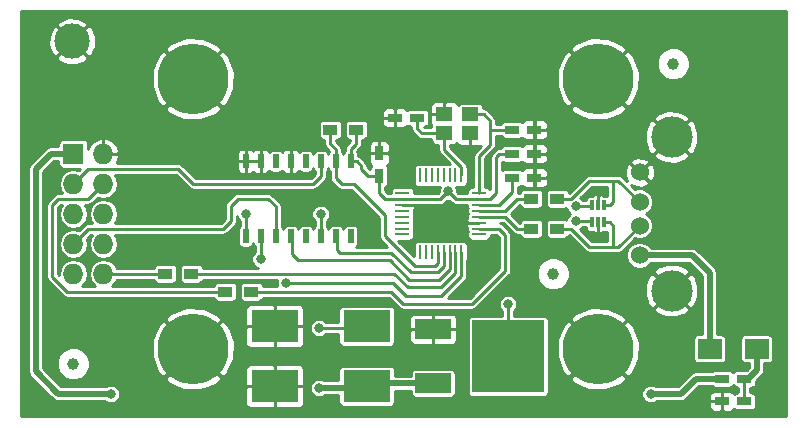
<source format=gbr>
G04 #@! TF.FileFunction,Copper,L1,Top,Signal*
%FSLAX46Y46*%
G04 Gerber Fmt 4.6, Leading zero omitted, Abs format (unit mm)*
G04 Created by KiCad (PCBNEW 4.0.5+dfsg1-4) date Wed Jul 18 12:49:48 2018*
%MOMM*%
%LPD*%
G01*
G04 APERTURE LIST*
%ADD10C,0.100000*%
%ADD11R,1.400000X1.200000*%
%ADD12R,4.000500X2.700020*%
%ADD13R,0.750000X1.200000*%
%ADD14R,1.200000X0.750000*%
%ADD15R,2.000000X1.700000*%
%ADD16R,1.727200X1.727200*%
%ADD17O,1.727200X1.727200*%
%ADD18C,1.524000*%
%ADD19C,3.500000*%
%ADD20R,1.200000X0.900000*%
%ADD21R,3.048000X1.651000*%
%ADD22R,6.096000X6.096000*%
%ADD23R,0.300000X0.850000*%
%ADD24C,6.000000*%
%ADD25R,0.508000X1.143000*%
%ADD26R,1.200000X0.280000*%
%ADD27R,0.280000X1.200000*%
%ADD28C,3.000000*%
%ADD29C,1.000000*%
%ADD30C,0.800000*%
%ADD31C,0.250000*%
%ADD32C,0.500000*%
%ADD33C,0.254000*%
G04 APERTURE END LIST*
D10*
D11*
X163492000Y-94780000D03*
X165692000Y-94780000D03*
X165692000Y-93180000D03*
X163492000Y-93180000D03*
D12*
X149146260Y-111125000D03*
X156923740Y-111125000D03*
X149146260Y-116205000D03*
X156923740Y-116205000D03*
D13*
X157988000Y-98359000D03*
X157988000Y-96459000D03*
D14*
X169230000Y-96520000D03*
X171130000Y-96520000D03*
X161224000Y-93472000D03*
X159324000Y-93472000D03*
X169230000Y-98552000D03*
X171130000Y-98552000D03*
X171130000Y-94488000D03*
X169230000Y-94488000D03*
D15*
X185960000Y-113030000D03*
X189960000Y-113030000D03*
D16*
X132080000Y-96520000D03*
D17*
X134620000Y-96520000D03*
X132080000Y-99060000D03*
X134620000Y-99060000D03*
X132080000Y-101600000D03*
X134620000Y-101600000D03*
X132080000Y-104140000D03*
X134620000Y-104140000D03*
X132080000Y-106680000D03*
X134620000Y-106680000D03*
D18*
X180040000Y-100600000D03*
X180040000Y-102600000D03*
X180040000Y-98100000D03*
X180040000Y-105100000D03*
D19*
X182740000Y-108100000D03*
X182740000Y-95100000D03*
D20*
X142070000Y-106680000D03*
X139870000Y-106680000D03*
X147150000Y-108204000D03*
X144950000Y-108204000D03*
X156040000Y-94488000D03*
X153840000Y-94488000D03*
X173058000Y-102870000D03*
X170858000Y-102870000D03*
X173058000Y-100330000D03*
X170858000Y-100330000D03*
D21*
X162560000Y-111379000D03*
D22*
X168910000Y-113665000D03*
D21*
X162560000Y-115951000D03*
D23*
X176030000Y-100875000D03*
X176530000Y-100875000D03*
X177030000Y-100875000D03*
X177030000Y-102325000D03*
X176530000Y-102325000D03*
X176030000Y-102325000D03*
D24*
X142240000Y-90170000D03*
X142240000Y-113030000D03*
X176530000Y-113030000D03*
X176530000Y-90170000D03*
D14*
X188910000Y-117475000D03*
X187010000Y-117475000D03*
X188910000Y-115570000D03*
X187010000Y-115570000D03*
D25*
X155575000Y-103505000D03*
X153035000Y-103505000D03*
X151765000Y-103505000D03*
X150495000Y-103505000D03*
X149225000Y-103505000D03*
X147955000Y-103505000D03*
X146685000Y-103505000D03*
X146685000Y-97155000D03*
X147955000Y-97155000D03*
X149225000Y-97155000D03*
X150495000Y-97155000D03*
X151765000Y-97155000D03*
X153035000Y-97155000D03*
X154305000Y-97155000D03*
X155575000Y-97155000D03*
X154305000Y-103505000D03*
D26*
X159945000Y-99850000D03*
X159945000Y-100350000D03*
X159945000Y-100850000D03*
X159945000Y-101350000D03*
X159945000Y-101850000D03*
X159945000Y-102350000D03*
X159945000Y-102850000D03*
X159945000Y-103350000D03*
D27*
X161445000Y-104850000D03*
X161945000Y-104850000D03*
X162445000Y-104850000D03*
X162945000Y-104850000D03*
X163445000Y-104850000D03*
X163945000Y-104850000D03*
X164445000Y-104850000D03*
X164945000Y-104850000D03*
D26*
X166445000Y-103350000D03*
X166445000Y-102850000D03*
X166445000Y-102350000D03*
X166445000Y-101850000D03*
X166445000Y-101350000D03*
X166445000Y-100850000D03*
X166445000Y-100350000D03*
X166445000Y-99850000D03*
D27*
X164945000Y-98350000D03*
X164445000Y-98350000D03*
X163945000Y-98350000D03*
X163445000Y-98350000D03*
X162945000Y-98350000D03*
X162445000Y-98350000D03*
X161945000Y-98350000D03*
X161445000Y-98350000D03*
D28*
X132000000Y-87000000D03*
D29*
X182880000Y-88900000D03*
X132080000Y-114300000D03*
X172720000Y-106680000D03*
D30*
X142240000Y-104013000D03*
X139700000Y-99060000D03*
X166624000Y-104902000D03*
X148590000Y-95250000D03*
X145796000Y-95250000D03*
X157988000Y-94742000D03*
X165100000Y-96520000D03*
X162052000Y-91440000D03*
X172720000Y-96520000D03*
X172720000Y-94488000D03*
X172720000Y-98552000D03*
X129286000Y-117221000D03*
X190500000Y-101600000D03*
X151511000Y-91440000D03*
X163195000Y-101600000D03*
X157480000Y-102870000D03*
X162560000Y-113792000D03*
X184785000Y-117475000D03*
X176530000Y-99695000D03*
X176530000Y-103505000D03*
X180975000Y-116840000D03*
X135255000Y-116840000D03*
X152908000Y-116332000D03*
X152908000Y-111252000D03*
X174625000Y-102235000D03*
X168910000Y-109220000D03*
X163830000Y-99695000D03*
X174625000Y-100965000D03*
X147955000Y-105410000D03*
X150114000Y-107442000D03*
X146685000Y-101600000D03*
X153035000Y-101600000D03*
D31*
X164846000Y-102350000D02*
X164846000Y-103124000D01*
X164846000Y-103124000D02*
X166624000Y-104902000D01*
X150495000Y-97155000D02*
X150495000Y-95885000D01*
X147955000Y-95885000D02*
X148590000Y-95250000D01*
X147955000Y-95885000D02*
X147955000Y-97155000D01*
X149860000Y-95250000D02*
X148590000Y-95250000D01*
X150495000Y-95885000D02*
X149860000Y-95250000D01*
X146685000Y-97155000D02*
X146685000Y-96139000D01*
X146685000Y-96139000D02*
X145796000Y-95250000D01*
X159324000Y-93472000D02*
X159324000Y-94422000D01*
X157988000Y-94742000D02*
X157988000Y-96459000D01*
X159004000Y-94742000D02*
X157988000Y-94742000D01*
X159324000Y-94422000D02*
X159004000Y-94742000D01*
X165692000Y-94780000D02*
X165692000Y-95928000D01*
X165692000Y-95928000D02*
X165100000Y-96520000D01*
X163492000Y-93180000D02*
X163492000Y-91864000D01*
X163068000Y-91440000D02*
X162052000Y-91440000D01*
X163492000Y-91864000D02*
X163068000Y-91440000D01*
X171130000Y-96520000D02*
X172720000Y-96520000D01*
X171130000Y-94488000D02*
X172720000Y-94488000D01*
X171130000Y-98552000D02*
X172720000Y-98552000D01*
X162560000Y-112014000D02*
X162560000Y-113792000D01*
X166445000Y-102350000D02*
X164846000Y-102350000D01*
X164846000Y-102350000D02*
X163945000Y-102350000D01*
X162445000Y-100850000D02*
X163195000Y-101600000D01*
X162445000Y-100850000D02*
X159945000Y-100850000D01*
X163945000Y-102350000D02*
X163195000Y-101600000D01*
X187010000Y-117475000D02*
X184785000Y-117475000D01*
X176530000Y-100875000D02*
X176530000Y-99695000D01*
X176530000Y-102325000D02*
X176530000Y-103505000D01*
D32*
X187010000Y-115570000D02*
X184785000Y-115570000D01*
X183515000Y-116840000D02*
X180975000Y-116840000D01*
X184785000Y-115570000D02*
X183515000Y-116840000D01*
X130175000Y-96520000D02*
X128905000Y-97790000D01*
X128905000Y-97790000D02*
X128905000Y-114935000D01*
X128905000Y-114935000D02*
X130810000Y-116840000D01*
X130810000Y-116840000D02*
X135255000Y-116840000D01*
X132080000Y-96520000D02*
X130175000Y-96520000D01*
X152908000Y-116332000D02*
X156796740Y-116332000D01*
X162560000Y-115951000D02*
X157177740Y-115951000D01*
X157177740Y-115951000D02*
X156796740Y-116332000D01*
X156923740Y-116840000D02*
X157177740Y-116586000D01*
D31*
X156796740Y-111252000D02*
X152908000Y-111252000D01*
X156796740Y-111252000D02*
X156923740Y-111125000D01*
X166445000Y-100350000D02*
X167366000Y-100350000D01*
X168148000Y-96520000D02*
X169230000Y-96520000D01*
X167894000Y-96774000D02*
X168148000Y-96520000D01*
X167894000Y-99822000D02*
X167894000Y-96774000D01*
X167366000Y-100350000D02*
X167894000Y-99822000D01*
X155575000Y-97155000D02*
X156083000Y-97155000D01*
X157033000Y-98359000D02*
X157988000Y-98359000D01*
X156464000Y-97790000D02*
X157033000Y-98359000D01*
X156464000Y-97536000D02*
X156464000Y-97790000D01*
X156083000Y-97155000D02*
X156464000Y-97536000D01*
X155575000Y-97155000D02*
X155575000Y-96139000D01*
X156040000Y-95674000D02*
X156040000Y-94488000D01*
X155575000Y-96139000D02*
X156040000Y-95674000D01*
X159945000Y-100350000D02*
X158516000Y-100350000D01*
X158516000Y-100350000D02*
X157988000Y-99822000D01*
X157988000Y-99822000D02*
X157988000Y-98359000D01*
X174625000Y-102235000D02*
X175895000Y-102235000D01*
X168910000Y-114300000D02*
X168910000Y-109220000D01*
X159945000Y-100350000D02*
X163175000Y-100350000D01*
X163175000Y-100350000D02*
X163830000Y-99695000D01*
X164485000Y-100350000D02*
X163830000Y-99695000D01*
X164485000Y-100350000D02*
X166445000Y-100350000D01*
X176030000Y-102325000D02*
X175985000Y-102325000D01*
X175985000Y-102325000D02*
X175895000Y-102235000D01*
X175895000Y-100965000D02*
X174625000Y-100965000D01*
D32*
X185960000Y-113030000D02*
X185960000Y-106585000D01*
X185960000Y-106585000D02*
X184475000Y-105100000D01*
X184475000Y-105100000D02*
X180040000Y-105100000D01*
D31*
X176030000Y-100875000D02*
X175985000Y-100875000D01*
X175985000Y-100875000D02*
X175895000Y-100965000D01*
X144950000Y-108204000D02*
X131572000Y-108204000D01*
X133350000Y-100330000D02*
X130810000Y-100330000D01*
X130810000Y-100330000D02*
X130302000Y-100838000D01*
X130302000Y-100838000D02*
X130302000Y-106934000D01*
X133350000Y-100330000D02*
X134620000Y-99060000D01*
X131572000Y-108204000D02*
X130302000Y-106934000D01*
X139870000Y-106680000D02*
X134620000Y-106680000D01*
X173058000Y-100330000D02*
X174244000Y-100330000D01*
X174244000Y-100330000D02*
X175768000Y-98806000D01*
X175768000Y-98806000D02*
X177546000Y-98806000D01*
X177546000Y-98806000D02*
X177800000Y-98806000D01*
X177030000Y-100875000D02*
X177509000Y-100875000D01*
X177800000Y-100584000D02*
X177800000Y-98806000D01*
X177509000Y-100875000D02*
X177800000Y-100584000D01*
X178246000Y-98806000D02*
X180040000Y-100600000D01*
X177800000Y-98806000D02*
X178246000Y-98806000D01*
X177030000Y-102325000D02*
X177509000Y-102325000D01*
X177800000Y-102616000D02*
X177800000Y-104394000D01*
X177509000Y-102325000D02*
X177800000Y-102616000D01*
X173058000Y-102870000D02*
X174244000Y-102870000D01*
X178246000Y-104394000D02*
X180040000Y-102600000D01*
X175768000Y-104394000D02*
X177800000Y-104394000D01*
X177800000Y-104394000D02*
X178246000Y-104394000D01*
X174244000Y-102870000D02*
X175768000Y-104394000D01*
X164445000Y-104850000D02*
X164445000Y-106573000D01*
X159258000Y-106680000D02*
X142070000Y-106680000D01*
X160401000Y-107823000D02*
X159258000Y-106680000D01*
X163195000Y-107823000D02*
X160401000Y-107823000D01*
X164445000Y-106573000D02*
X163195000Y-107823000D01*
X147150000Y-108204000D02*
X159004000Y-108204000D01*
X168128000Y-102850000D02*
X166445000Y-102850000D01*
X165862000Y-109220000D02*
X160020000Y-109220000D01*
X168656000Y-106426000D02*
X165862000Y-109220000D01*
X168656000Y-103378000D02*
X168656000Y-106426000D01*
X168128000Y-102850000D02*
X168656000Y-103378000D01*
X159004000Y-108204000D02*
X160020000Y-109220000D01*
X170858000Y-100330000D02*
X169672000Y-100330000D01*
X168652000Y-101350000D02*
X169672000Y-100330000D01*
X168652000Y-101350000D02*
X166445000Y-101350000D01*
X147955000Y-103505000D02*
X147955000Y-105410000D01*
X150114000Y-107442000D02*
X159131000Y-107442000D01*
X159131000Y-107442000D02*
X160274000Y-108585000D01*
X160274000Y-108585000D02*
X163195000Y-108585000D01*
X163195000Y-108585000D02*
X164945000Y-106835000D01*
X164945000Y-106835000D02*
X164945000Y-104850000D01*
X188910000Y-115570000D02*
X188910000Y-117475000D01*
D32*
X188910000Y-115570000D02*
X189230000Y-115570000D01*
X189230000Y-115570000D02*
X189960000Y-114840000D01*
X189960000Y-114840000D02*
X189960000Y-113030000D01*
D31*
X153035000Y-97155000D02*
X153035000Y-98425000D01*
X133350000Y-97790000D02*
X132080000Y-99060000D01*
X140970000Y-97790000D02*
X133350000Y-97790000D01*
X142240000Y-99060000D02*
X140970000Y-97790000D01*
X152400000Y-99060000D02*
X142240000Y-99060000D01*
X153035000Y-98425000D02*
X152400000Y-99060000D01*
X146685000Y-103505000D02*
X146685000Y-101600000D01*
X132080000Y-104140000D02*
X133350000Y-102870000D01*
X149225000Y-100965000D02*
X149225000Y-103505000D01*
X148590000Y-100330000D02*
X149225000Y-100965000D01*
X146050000Y-100330000D02*
X148590000Y-100330000D01*
X145415000Y-100965000D02*
X146050000Y-100330000D01*
X145415000Y-102235000D02*
X145415000Y-100965000D01*
X144780000Y-102870000D02*
X145415000Y-102235000D01*
X133350000Y-102870000D02*
X144780000Y-102870000D01*
X153035000Y-103505000D02*
X153035000Y-101600000D01*
X166445000Y-101850000D02*
X168652000Y-101850000D01*
X169672000Y-102870000D02*
X170858000Y-102870000D01*
X168652000Y-101850000D02*
X169672000Y-102870000D01*
X163945000Y-104850000D02*
X163945000Y-106311000D01*
X150622000Y-105029000D02*
X150622000Y-103505000D01*
X151130000Y-105537000D02*
X150622000Y-105029000D01*
X158877000Y-105537000D02*
X151130000Y-105537000D01*
X160528000Y-107188000D02*
X158877000Y-105537000D01*
X163068000Y-107188000D02*
X160528000Y-107188000D01*
X163945000Y-106311000D02*
X163068000Y-107188000D01*
X163445000Y-104850000D02*
X163445000Y-106049000D01*
X154432000Y-104648000D02*
X154432000Y-103505000D01*
X154686000Y-104902000D02*
X154432000Y-104648000D01*
X159004000Y-104902000D02*
X154686000Y-104902000D01*
X160655000Y-106553000D02*
X159004000Y-104902000D01*
X162941000Y-106553000D02*
X160655000Y-106553000D01*
X163445000Y-106049000D02*
X162941000Y-106553000D01*
X161224000Y-93472000D02*
X161224000Y-94422000D01*
X161582000Y-94780000D02*
X163492000Y-94780000D01*
X161224000Y-94422000D02*
X161582000Y-94780000D01*
X164945000Y-98350000D02*
X164945000Y-97635000D01*
X163492000Y-96182000D02*
X163492000Y-94780000D01*
X164945000Y-97635000D02*
X163492000Y-96182000D01*
X166445000Y-100850000D02*
X168136000Y-100850000D01*
X169230000Y-99756000D02*
X169230000Y-98552000D01*
X168136000Y-100850000D02*
X169230000Y-99756000D01*
X169230000Y-94488000D02*
X167386000Y-94488000D01*
X166445000Y-99850000D02*
X166445000Y-96699000D01*
X166840000Y-93180000D02*
X165692000Y-93180000D01*
X167386000Y-93726000D02*
X166840000Y-93180000D01*
X167386000Y-95758000D02*
X167386000Y-94488000D01*
X167386000Y-94488000D02*
X167386000Y-93726000D01*
X166445000Y-96699000D02*
X167386000Y-95758000D01*
X153840000Y-94488000D02*
X153840000Y-95674000D01*
X154305000Y-96139000D02*
X154305000Y-97155000D01*
X153840000Y-95674000D02*
X154305000Y-96139000D01*
X154940000Y-99060000D02*
X154813000Y-99060000D01*
X162945000Y-105787000D02*
X162687000Y-106045000D01*
X162687000Y-106045000D02*
X161036000Y-106045000D01*
X161036000Y-106045000D02*
X158496000Y-103505000D01*
X158496000Y-103505000D02*
X158496000Y-101727000D01*
X158496000Y-101727000D02*
X155829000Y-99060000D01*
X155829000Y-99060000D02*
X154940000Y-99060000D01*
X162945000Y-104850000D02*
X162945000Y-105787000D01*
X154305000Y-98552000D02*
X154305000Y-97155000D01*
X154813000Y-99060000D02*
X154305000Y-98552000D01*
D33*
G36*
X192405000Y-118745000D02*
X127635000Y-118745000D01*
X127635000Y-97790000D01*
X128274000Y-97790000D01*
X128274000Y-114935000D01*
X128311558Y-115123816D01*
X128322032Y-115176473D01*
X128458816Y-115381184D01*
X130363816Y-117286184D01*
X130568527Y-117422968D01*
X130810000Y-117471000D01*
X134781361Y-117471000D01*
X134812021Y-117501714D01*
X135098968Y-117620864D01*
X135409669Y-117621136D01*
X135696823Y-117502486D01*
X135916714Y-117282979D01*
X136035864Y-116996032D01*
X136036136Y-116685331D01*
X135917486Y-116398177D01*
X135697979Y-116178286D01*
X135411032Y-116059136D01*
X135100331Y-116058864D01*
X134813177Y-116177514D01*
X134781636Y-116209000D01*
X131071368Y-116209000D01*
X129536000Y-114673632D01*
X129536000Y-114576661D01*
X130682758Y-114576661D01*
X130894990Y-115090303D01*
X131287630Y-115483629D01*
X131800900Y-115696757D01*
X132356661Y-115697242D01*
X132870303Y-115485010D01*
X132877035Y-115478289D01*
X139809672Y-115478289D01*
X140147941Y-115931078D01*
X141417384Y-116510843D01*
X142812063Y-116560681D01*
X143391164Y-116344700D01*
X146638010Y-116344700D01*
X146638010Y-117656058D01*
X146715349Y-117842769D01*
X146858252Y-117985672D01*
X147044963Y-118063010D01*
X149006560Y-118063010D01*
X149133560Y-117936010D01*
X149133560Y-116217700D01*
X149158960Y-116217700D01*
X149158960Y-117936010D01*
X149285960Y-118063010D01*
X151247557Y-118063010D01*
X151434268Y-117985672D01*
X151577171Y-117842769D01*
X151654510Y-117656058D01*
X151654510Y-116486669D01*
X152126864Y-116486669D01*
X152245514Y-116773823D01*
X152465021Y-116993714D01*
X152751968Y-117112864D01*
X153062669Y-117113136D01*
X153349823Y-116994486D01*
X153381364Y-116963000D01*
X154535026Y-116963000D01*
X154535026Y-117555010D01*
X154561593Y-117696200D01*
X154645036Y-117825875D01*
X154772356Y-117912869D01*
X154923490Y-117943474D01*
X158923990Y-117943474D01*
X159065180Y-117916907D01*
X159194855Y-117833464D01*
X159281849Y-117706144D01*
X159312454Y-117555010D01*
X159312454Y-116582000D01*
X160647536Y-116582000D01*
X160647536Y-116776500D01*
X160674103Y-116917690D01*
X160757546Y-117047365D01*
X160884866Y-117134359D01*
X161036000Y-117164964D01*
X164084000Y-117164964D01*
X164225190Y-117138397D01*
X164354865Y-117054954D01*
X164441859Y-116927634D01*
X164472464Y-116776500D01*
X164472464Y-115125500D01*
X164445897Y-114984310D01*
X164362454Y-114854635D01*
X164235134Y-114767641D01*
X164084000Y-114737036D01*
X161036000Y-114737036D01*
X160894810Y-114763603D01*
X160765135Y-114847046D01*
X160678141Y-114974366D01*
X160647536Y-115125500D01*
X160647536Y-115320000D01*
X159312454Y-115320000D01*
X159312454Y-114854990D01*
X159285887Y-114713800D01*
X159202444Y-114584125D01*
X159075124Y-114497131D01*
X158923990Y-114466526D01*
X154923490Y-114466526D01*
X154782300Y-114493093D01*
X154652625Y-114576536D01*
X154565631Y-114703856D01*
X154535026Y-114854990D01*
X154535026Y-115701000D01*
X153381639Y-115701000D01*
X153350979Y-115670286D01*
X153064032Y-115551136D01*
X152753331Y-115550864D01*
X152466177Y-115669514D01*
X152246286Y-115889021D01*
X152127136Y-116175968D01*
X152126864Y-116486669D01*
X151654510Y-116486669D01*
X151654510Y-116344700D01*
X151527510Y-116217700D01*
X149158960Y-116217700D01*
X149133560Y-116217700D01*
X146765010Y-116217700D01*
X146638010Y-116344700D01*
X143391164Y-116344700D01*
X144119650Y-116073005D01*
X144332059Y-115931078D01*
X144670328Y-115478289D01*
X142240000Y-113047961D01*
X139809672Y-115478289D01*
X132877035Y-115478289D01*
X133263629Y-115092370D01*
X133476757Y-114579100D01*
X133477242Y-114023339D01*
X133303175Y-113602063D01*
X138709319Y-113602063D01*
X139196995Y-114909650D01*
X139338922Y-115122059D01*
X139791711Y-115460328D01*
X142222039Y-113030000D01*
X142257961Y-113030000D01*
X144688289Y-115460328D01*
X145141078Y-115122059D01*
X145309200Y-114753942D01*
X146638010Y-114753942D01*
X146638010Y-116065300D01*
X146765010Y-116192300D01*
X149133560Y-116192300D01*
X149133560Y-114473990D01*
X149158960Y-114473990D01*
X149158960Y-116192300D01*
X151527510Y-116192300D01*
X151654510Y-116065300D01*
X151654510Y-114753942D01*
X151577171Y-114567231D01*
X151434268Y-114424328D01*
X151247557Y-114346990D01*
X149285960Y-114346990D01*
X149158960Y-114473990D01*
X149133560Y-114473990D01*
X149006560Y-114346990D01*
X147044963Y-114346990D01*
X146858252Y-114424328D01*
X146715349Y-114567231D01*
X146638010Y-114753942D01*
X145309200Y-114753942D01*
X145720843Y-113852616D01*
X145770681Y-112457937D01*
X145325653Y-111264700D01*
X146638010Y-111264700D01*
X146638010Y-112576058D01*
X146715349Y-112762769D01*
X146858252Y-112905672D01*
X147044963Y-112983010D01*
X149006560Y-112983010D01*
X149133560Y-112856010D01*
X149133560Y-111137700D01*
X149158960Y-111137700D01*
X149158960Y-112856010D01*
X149285960Y-112983010D01*
X151247557Y-112983010D01*
X151434268Y-112905672D01*
X151577171Y-112762769D01*
X151654510Y-112576058D01*
X151654510Y-111406669D01*
X152126864Y-111406669D01*
X152245514Y-111693823D01*
X152465021Y-111913714D01*
X152751968Y-112032864D01*
X153062669Y-112033136D01*
X153349823Y-111914486D01*
X153506583Y-111758000D01*
X154535026Y-111758000D01*
X154535026Y-112475010D01*
X154561593Y-112616200D01*
X154645036Y-112745875D01*
X154772356Y-112832869D01*
X154923490Y-112863474D01*
X158923990Y-112863474D01*
X159065180Y-112836907D01*
X159194855Y-112753464D01*
X159281849Y-112626144D01*
X159312454Y-112475010D01*
X159312454Y-111518700D01*
X160528000Y-111518700D01*
X160528000Y-112305547D01*
X160605338Y-112492258D01*
X160748241Y-112635161D01*
X160934952Y-112712500D01*
X162420300Y-112712500D01*
X162547300Y-112585500D01*
X162547300Y-111391700D01*
X162572700Y-111391700D01*
X162572700Y-112585500D01*
X162699700Y-112712500D01*
X164185048Y-112712500D01*
X164371759Y-112635161D01*
X164514662Y-112492258D01*
X164592000Y-112305547D01*
X164592000Y-111518700D01*
X164465000Y-111391700D01*
X162572700Y-111391700D01*
X162547300Y-111391700D01*
X160655000Y-111391700D01*
X160528000Y-111518700D01*
X159312454Y-111518700D01*
X159312454Y-110452453D01*
X160528000Y-110452453D01*
X160528000Y-111239300D01*
X160655000Y-111366300D01*
X162547300Y-111366300D01*
X162547300Y-110172500D01*
X162572700Y-110172500D01*
X162572700Y-111366300D01*
X164465000Y-111366300D01*
X164592000Y-111239300D01*
X164592000Y-110617000D01*
X165473536Y-110617000D01*
X165473536Y-116713000D01*
X165500103Y-116854190D01*
X165583546Y-116983865D01*
X165710866Y-117070859D01*
X165862000Y-117101464D01*
X171958000Y-117101464D01*
X172099190Y-117074897D01*
X172223868Y-116994669D01*
X180193864Y-116994669D01*
X180312514Y-117281823D01*
X180532021Y-117501714D01*
X180818968Y-117620864D01*
X181129669Y-117621136D01*
X181145245Y-117614700D01*
X185902000Y-117614700D01*
X185902000Y-117951048D01*
X185979339Y-118137759D01*
X186122242Y-118280662D01*
X186308953Y-118358000D01*
X186870300Y-118358000D01*
X186997300Y-118231000D01*
X186997300Y-117487700D01*
X186029000Y-117487700D01*
X185902000Y-117614700D01*
X181145245Y-117614700D01*
X181416823Y-117502486D01*
X181448364Y-117471000D01*
X183515000Y-117471000D01*
X183756473Y-117422968D01*
X183961184Y-117286184D01*
X184248416Y-116998952D01*
X185902000Y-116998952D01*
X185902000Y-117335300D01*
X186029000Y-117462300D01*
X186997300Y-117462300D01*
X186997300Y-116719000D01*
X186870300Y-116592000D01*
X186308953Y-116592000D01*
X186122242Y-116669338D01*
X185979339Y-116812241D01*
X185902000Y-116998952D01*
X184248416Y-116998952D01*
X185046369Y-116201000D01*
X186121981Y-116201000D01*
X186131546Y-116215865D01*
X186258866Y-116302859D01*
X186410000Y-116333464D01*
X187610000Y-116333464D01*
X187751190Y-116306897D01*
X187880865Y-116223454D01*
X187960980Y-116106202D01*
X188031546Y-116215865D01*
X188158866Y-116302859D01*
X188310000Y-116333464D01*
X188404000Y-116333464D01*
X188404000Y-116711536D01*
X188310000Y-116711536D01*
X188168810Y-116738103D01*
X188043383Y-116818812D01*
X188040661Y-116812241D01*
X187897758Y-116669338D01*
X187711047Y-116592000D01*
X187149700Y-116592000D01*
X187022700Y-116719000D01*
X187022700Y-117462300D01*
X187042700Y-117462300D01*
X187042700Y-117487700D01*
X187022700Y-117487700D01*
X187022700Y-118231000D01*
X187149700Y-118358000D01*
X187711047Y-118358000D01*
X187897758Y-118280662D01*
X188040661Y-118137759D01*
X188044104Y-118129446D01*
X188158866Y-118207859D01*
X188310000Y-118238464D01*
X189510000Y-118238464D01*
X189651190Y-118211897D01*
X189780865Y-118128454D01*
X189867859Y-118001134D01*
X189898464Y-117850000D01*
X189898464Y-117100000D01*
X189871897Y-116958810D01*
X189788454Y-116829135D01*
X189661134Y-116742141D01*
X189510000Y-116711536D01*
X189416000Y-116711536D01*
X189416000Y-116333464D01*
X189510000Y-116333464D01*
X189651190Y-116306897D01*
X189780865Y-116223454D01*
X189867859Y-116096134D01*
X189898464Y-115945000D01*
X189898464Y-115793904D01*
X190406184Y-115286184D01*
X190542968Y-115081473D01*
X190591000Y-114840000D01*
X190591000Y-114268464D01*
X190960000Y-114268464D01*
X191101190Y-114241897D01*
X191230865Y-114158454D01*
X191317859Y-114031134D01*
X191348464Y-113880000D01*
X191348464Y-112180000D01*
X191321897Y-112038810D01*
X191238454Y-111909135D01*
X191111134Y-111822141D01*
X190960000Y-111791536D01*
X188960000Y-111791536D01*
X188818810Y-111818103D01*
X188689135Y-111901546D01*
X188602141Y-112028866D01*
X188571536Y-112180000D01*
X188571536Y-113880000D01*
X188598103Y-114021190D01*
X188681546Y-114150865D01*
X188808866Y-114237859D01*
X188960000Y-114268464D01*
X189329000Y-114268464D01*
X189329000Y-114578632D01*
X189101096Y-114806536D01*
X188310000Y-114806536D01*
X188168810Y-114833103D01*
X188039135Y-114916546D01*
X187959020Y-115033798D01*
X187888454Y-114924135D01*
X187761134Y-114837141D01*
X187610000Y-114806536D01*
X186410000Y-114806536D01*
X186268810Y-114833103D01*
X186139135Y-114916546D01*
X186123793Y-114939000D01*
X184785000Y-114939000D01*
X184583589Y-114979063D01*
X184543526Y-114987032D01*
X184338815Y-115123816D01*
X183253632Y-116209000D01*
X181448639Y-116209000D01*
X181417979Y-116178286D01*
X181131032Y-116059136D01*
X180820331Y-116058864D01*
X180533177Y-116177514D01*
X180313286Y-116397021D01*
X180194136Y-116683968D01*
X180193864Y-116994669D01*
X172223868Y-116994669D01*
X172228865Y-116991454D01*
X172315859Y-116864134D01*
X172346464Y-116713000D01*
X172346464Y-115478289D01*
X174099672Y-115478289D01*
X174437941Y-115931078D01*
X175707384Y-116510843D01*
X177102063Y-116560681D01*
X178409650Y-116073005D01*
X178622059Y-115931078D01*
X178960328Y-115478289D01*
X176530000Y-113047961D01*
X174099672Y-115478289D01*
X172346464Y-115478289D01*
X172346464Y-113602063D01*
X172999319Y-113602063D01*
X173486995Y-114909650D01*
X173628922Y-115122059D01*
X174081711Y-115460328D01*
X176512039Y-113030000D01*
X176547961Y-113030000D01*
X178978289Y-115460328D01*
X179431078Y-115122059D01*
X180010843Y-113852616D01*
X180060681Y-112457937D01*
X179573005Y-111150350D01*
X179431078Y-110937941D01*
X178978289Y-110599672D01*
X176547961Y-113030000D01*
X176512039Y-113030000D01*
X174081711Y-110599672D01*
X173628922Y-110937941D01*
X173049157Y-112207384D01*
X172999319Y-113602063D01*
X172346464Y-113602063D01*
X172346464Y-110617000D01*
X172339824Y-110581711D01*
X174099672Y-110581711D01*
X176530000Y-113012039D01*
X178960328Y-110581711D01*
X178622059Y-110128922D01*
X177567025Y-109647079D01*
X181210882Y-109647079D01*
X181397074Y-109969985D01*
X182214910Y-110341556D01*
X183112687Y-110371871D01*
X183953725Y-110056314D01*
X184082926Y-109969985D01*
X184269118Y-109647079D01*
X182740000Y-108117961D01*
X181210882Y-109647079D01*
X177567025Y-109647079D01*
X177352616Y-109549157D01*
X175957937Y-109499319D01*
X174650350Y-109986995D01*
X174437941Y-110128922D01*
X174099672Y-110581711D01*
X172339824Y-110581711D01*
X172319897Y-110475810D01*
X172236454Y-110346135D01*
X172109134Y-110259141D01*
X171958000Y-110228536D01*
X169416000Y-110228536D01*
X169416000Y-109818421D01*
X169571714Y-109662979D01*
X169690864Y-109376032D01*
X169691136Y-109065331D01*
X169572486Y-108778177D01*
X169352979Y-108558286D01*
X169146833Y-108472687D01*
X180468129Y-108472687D01*
X180783686Y-109313725D01*
X180870015Y-109442926D01*
X181192921Y-109629118D01*
X182722039Y-108100000D01*
X182757961Y-108100000D01*
X184287079Y-109629118D01*
X184609985Y-109442926D01*
X184981556Y-108625090D01*
X185011871Y-107727313D01*
X184696314Y-106886275D01*
X184609985Y-106757074D01*
X184287079Y-106570882D01*
X182757961Y-108100000D01*
X182722039Y-108100000D01*
X181192921Y-106570882D01*
X180870015Y-106757074D01*
X180498444Y-107574910D01*
X180468129Y-108472687D01*
X169146833Y-108472687D01*
X169066032Y-108439136D01*
X168755331Y-108438864D01*
X168468177Y-108557514D01*
X168248286Y-108777021D01*
X168129136Y-109063968D01*
X168128864Y-109374669D01*
X168247514Y-109661823D01*
X168404000Y-109818583D01*
X168404000Y-110228536D01*
X165862000Y-110228536D01*
X165720810Y-110255103D01*
X165591135Y-110338546D01*
X165504141Y-110465866D01*
X165473536Y-110617000D01*
X164592000Y-110617000D01*
X164592000Y-110452453D01*
X164514662Y-110265742D01*
X164371759Y-110122839D01*
X164185048Y-110045500D01*
X162699700Y-110045500D01*
X162572700Y-110172500D01*
X162547300Y-110172500D01*
X162420300Y-110045500D01*
X160934952Y-110045500D01*
X160748241Y-110122839D01*
X160605338Y-110265742D01*
X160528000Y-110452453D01*
X159312454Y-110452453D01*
X159312454Y-109774990D01*
X159285887Y-109633800D01*
X159202444Y-109504125D01*
X159075124Y-109417131D01*
X158923990Y-109386526D01*
X154923490Y-109386526D01*
X154782300Y-109413093D01*
X154652625Y-109496536D01*
X154565631Y-109623856D01*
X154535026Y-109774990D01*
X154535026Y-110746000D01*
X153506421Y-110746000D01*
X153350979Y-110590286D01*
X153064032Y-110471136D01*
X152753331Y-110470864D01*
X152466177Y-110589514D01*
X152246286Y-110809021D01*
X152127136Y-111095968D01*
X152126864Y-111406669D01*
X151654510Y-111406669D01*
X151654510Y-111264700D01*
X151527510Y-111137700D01*
X149158960Y-111137700D01*
X149133560Y-111137700D01*
X146765010Y-111137700D01*
X146638010Y-111264700D01*
X145325653Y-111264700D01*
X145283005Y-111150350D01*
X145141078Y-110937941D01*
X144688289Y-110599672D01*
X142257961Y-113030000D01*
X142222039Y-113030000D01*
X139791711Y-110599672D01*
X139338922Y-110937941D01*
X138759157Y-112207384D01*
X138709319Y-113602063D01*
X133303175Y-113602063D01*
X133265010Y-113509697D01*
X132872370Y-113116371D01*
X132359100Y-112903243D01*
X131803339Y-112902758D01*
X131289697Y-113114990D01*
X130896371Y-113507630D01*
X130683243Y-114020900D01*
X130682758Y-114576661D01*
X129536000Y-114576661D01*
X129536000Y-110581711D01*
X139809672Y-110581711D01*
X142240000Y-113012039D01*
X144670328Y-110581711D01*
X144332059Y-110128922D01*
X143335843Y-109673942D01*
X146638010Y-109673942D01*
X146638010Y-110985300D01*
X146765010Y-111112300D01*
X149133560Y-111112300D01*
X149133560Y-109393990D01*
X149158960Y-109393990D01*
X149158960Y-111112300D01*
X151527510Y-111112300D01*
X151654510Y-110985300D01*
X151654510Y-109673942D01*
X151577171Y-109487231D01*
X151434268Y-109344328D01*
X151247557Y-109266990D01*
X149285960Y-109266990D01*
X149158960Y-109393990D01*
X149133560Y-109393990D01*
X149006560Y-109266990D01*
X147044963Y-109266990D01*
X146858252Y-109344328D01*
X146715349Y-109487231D01*
X146638010Y-109673942D01*
X143335843Y-109673942D01*
X143062616Y-109549157D01*
X141667937Y-109499319D01*
X140360350Y-109986995D01*
X140147941Y-110128922D01*
X139809672Y-110581711D01*
X129536000Y-110581711D01*
X129536000Y-98051368D01*
X130436369Y-97151000D01*
X130827936Y-97151000D01*
X130827936Y-97383600D01*
X130854503Y-97524790D01*
X130937946Y-97654465D01*
X131065266Y-97741459D01*
X131216400Y-97772064D01*
X132652344Y-97772064D01*
X132541577Y-97882831D01*
X132080000Y-97791017D01*
X131603712Y-97885757D01*
X131199935Y-98155552D01*
X130930140Y-98559329D01*
X130835400Y-99035617D01*
X130835400Y-99084383D01*
X130930140Y-99560671D01*
X131106091Y-99824000D01*
X130810000Y-99824000D01*
X130616362Y-99862517D01*
X130452204Y-99972204D01*
X129944204Y-100480204D01*
X129834517Y-100644362D01*
X129796000Y-100838000D01*
X129796000Y-106934000D01*
X129834517Y-107127638D01*
X129944204Y-107291796D01*
X131214204Y-108561796D01*
X131378362Y-108671483D01*
X131572000Y-108710000D01*
X143972073Y-108710000D01*
X143988103Y-108795190D01*
X144071546Y-108924865D01*
X144198866Y-109011859D01*
X144350000Y-109042464D01*
X145550000Y-109042464D01*
X145691190Y-109015897D01*
X145820865Y-108932454D01*
X145907859Y-108805134D01*
X145938464Y-108654000D01*
X145938464Y-107754000D01*
X145911897Y-107612810D01*
X145828454Y-107483135D01*
X145701134Y-107396141D01*
X145550000Y-107365536D01*
X144350000Y-107365536D01*
X144208810Y-107392103D01*
X144079135Y-107475546D01*
X143992141Y-107602866D01*
X143972876Y-107698000D01*
X135330122Y-107698000D01*
X135500065Y-107584448D01*
X135766299Y-107186000D01*
X138892073Y-107186000D01*
X138908103Y-107271190D01*
X138991546Y-107400865D01*
X139118866Y-107487859D01*
X139270000Y-107518464D01*
X140470000Y-107518464D01*
X140611190Y-107491897D01*
X140740865Y-107408454D01*
X140827859Y-107281134D01*
X140858464Y-107130000D01*
X140858464Y-106230000D01*
X140831897Y-106088810D01*
X140748454Y-105959135D01*
X140621134Y-105872141D01*
X140470000Y-105841536D01*
X139270000Y-105841536D01*
X139128810Y-105868103D01*
X138999135Y-105951546D01*
X138912141Y-106078866D01*
X138892876Y-106174000D01*
X135766299Y-106174000D01*
X135500065Y-105775552D01*
X135096288Y-105505757D01*
X134620000Y-105411017D01*
X134143712Y-105505757D01*
X133739935Y-105775552D01*
X133470140Y-106179329D01*
X133375400Y-106655617D01*
X133375400Y-106704383D01*
X133470140Y-107180671D01*
X133739935Y-107584448D01*
X133909878Y-107698000D01*
X132790122Y-107698000D01*
X132960065Y-107584448D01*
X133229860Y-107180671D01*
X133324600Y-106704383D01*
X133324600Y-106655617D01*
X133229860Y-106179329D01*
X132960065Y-105775552D01*
X132556288Y-105505757D01*
X132080000Y-105411017D01*
X131603712Y-105505757D01*
X131199935Y-105775552D01*
X130930140Y-106179329D01*
X130835400Y-106655617D01*
X130835400Y-106704383D01*
X130847176Y-106763584D01*
X130808000Y-106724408D01*
X130808000Y-101047592D01*
X131019592Y-100836000D01*
X131106091Y-100836000D01*
X130930140Y-101099329D01*
X130835400Y-101575617D01*
X130835400Y-101624383D01*
X130930140Y-102100671D01*
X131199935Y-102504448D01*
X131603712Y-102774243D01*
X132080000Y-102868983D01*
X132556288Y-102774243D01*
X132960065Y-102504448D01*
X133229860Y-102100671D01*
X133324600Y-101624383D01*
X133324600Y-101575617D01*
X133229860Y-101099329D01*
X133053909Y-100836000D01*
X133350000Y-100836000D01*
X133543638Y-100797483D01*
X133707796Y-100687796D01*
X134158423Y-100237169D01*
X134620000Y-100328983D01*
X135096288Y-100234243D01*
X135500065Y-99964448D01*
X135769860Y-99560671D01*
X135864600Y-99084383D01*
X135864600Y-99035617D01*
X135769860Y-98559329D01*
X135593909Y-98296000D01*
X140760408Y-98296000D01*
X141882204Y-99417796D01*
X142046362Y-99527483D01*
X142240000Y-99566000D01*
X152400000Y-99566000D01*
X152593638Y-99527483D01*
X152757796Y-99417796D01*
X153392796Y-98782796D01*
X153453664Y-98691700D01*
X153502483Y-98618638D01*
X153541000Y-98425000D01*
X153541000Y-98017093D01*
X153559865Y-98004954D01*
X153646859Y-97877634D01*
X153669726Y-97764712D01*
X153689103Y-97867690D01*
X153772546Y-97997365D01*
X153799000Y-98015440D01*
X153799000Y-98552000D01*
X153837517Y-98745638D01*
X153947204Y-98909796D01*
X154455204Y-99417796D01*
X154619362Y-99527483D01*
X154813000Y-99566000D01*
X155619408Y-99566000D01*
X157990000Y-101936592D01*
X157990000Y-103505000D01*
X158028517Y-103698638D01*
X158138204Y-103862796D01*
X158671408Y-104396000D01*
X156036077Y-104396000D01*
X156099865Y-104354954D01*
X156186859Y-104227634D01*
X156217464Y-104076500D01*
X156217464Y-102933500D01*
X156190897Y-102792310D01*
X156107454Y-102662635D01*
X155980134Y-102575641D01*
X155829000Y-102545036D01*
X155321000Y-102545036D01*
X155179810Y-102571603D01*
X155050135Y-102655046D01*
X154963141Y-102782366D01*
X154940274Y-102895288D01*
X154920897Y-102792310D01*
X154837454Y-102662635D01*
X154710134Y-102575641D01*
X154559000Y-102545036D01*
X154051000Y-102545036D01*
X153909810Y-102571603D01*
X153780135Y-102655046D01*
X153693141Y-102782366D01*
X153670274Y-102895288D01*
X153650897Y-102792310D01*
X153567454Y-102662635D01*
X153541000Y-102644560D01*
X153541000Y-102198421D01*
X153696714Y-102042979D01*
X153815864Y-101756032D01*
X153816136Y-101445331D01*
X153697486Y-101158177D01*
X153477979Y-100938286D01*
X153191032Y-100819136D01*
X152880331Y-100818864D01*
X152593177Y-100937514D01*
X152373286Y-101157021D01*
X152254136Y-101443968D01*
X152253864Y-101754669D01*
X152372514Y-102041823D01*
X152529000Y-102198583D01*
X152529000Y-102642907D01*
X152510135Y-102655046D01*
X152423141Y-102782366D01*
X152400274Y-102895288D01*
X152380897Y-102792310D01*
X152297454Y-102662635D01*
X152170134Y-102575641D01*
X152019000Y-102545036D01*
X151511000Y-102545036D01*
X151369810Y-102571603D01*
X151240135Y-102655046D01*
X151153141Y-102782366D01*
X151130274Y-102895288D01*
X151110897Y-102792310D01*
X151027454Y-102662635D01*
X150900134Y-102575641D01*
X150749000Y-102545036D01*
X150241000Y-102545036D01*
X150099810Y-102571603D01*
X149970135Y-102655046D01*
X149883141Y-102782366D01*
X149860274Y-102895288D01*
X149840897Y-102792310D01*
X149757454Y-102662635D01*
X149731000Y-102644560D01*
X149731000Y-100965000D01*
X149692483Y-100771362D01*
X149582796Y-100607204D01*
X148947796Y-99972204D01*
X148783638Y-99862517D01*
X148590000Y-99824000D01*
X146050000Y-99824000D01*
X145856362Y-99862517D01*
X145722895Y-99951697D01*
X145692204Y-99972204D01*
X145057204Y-100607204D01*
X144947517Y-100771362D01*
X144909000Y-100965000D01*
X144909000Y-102025408D01*
X144570408Y-102364000D01*
X135593909Y-102364000D01*
X135769860Y-102100671D01*
X135864600Y-101624383D01*
X135864600Y-101575617D01*
X135769860Y-101099329D01*
X135500065Y-100695552D01*
X135096288Y-100425757D01*
X134620000Y-100331017D01*
X134143712Y-100425757D01*
X133739935Y-100695552D01*
X133470140Y-101099329D01*
X133375400Y-101575617D01*
X133375400Y-101624383D01*
X133470140Y-102100671D01*
X133646091Y-102364000D01*
X133350000Y-102364000D01*
X133156362Y-102402517D01*
X132992204Y-102512204D01*
X132541577Y-102962831D01*
X132080000Y-102871017D01*
X131603712Y-102965757D01*
X131199935Y-103235552D01*
X130930140Y-103639329D01*
X130835400Y-104115617D01*
X130835400Y-104164383D01*
X130930140Y-104640671D01*
X131199935Y-105044448D01*
X131603712Y-105314243D01*
X132080000Y-105408983D01*
X132556288Y-105314243D01*
X132960065Y-105044448D01*
X133229860Y-104640671D01*
X133324600Y-104164383D01*
X133324600Y-104115617D01*
X133240877Y-103694715D01*
X133559592Y-103376000D01*
X133646091Y-103376000D01*
X133470140Y-103639329D01*
X133375400Y-104115617D01*
X133375400Y-104164383D01*
X133470140Y-104640671D01*
X133739935Y-105044448D01*
X134143712Y-105314243D01*
X134620000Y-105408983D01*
X135096288Y-105314243D01*
X135500065Y-105044448D01*
X135769860Y-104640671D01*
X135864600Y-104164383D01*
X135864600Y-104115617D01*
X135769860Y-103639329D01*
X135593909Y-103376000D01*
X144780000Y-103376000D01*
X144973638Y-103337483D01*
X145137796Y-103227796D01*
X145772796Y-102592796D01*
X145831828Y-102504448D01*
X145882483Y-102428638D01*
X145921000Y-102235000D01*
X145921000Y-101796141D01*
X146022514Y-102041823D01*
X146179000Y-102198583D01*
X146179000Y-102642907D01*
X146160135Y-102655046D01*
X146073141Y-102782366D01*
X146042536Y-102933500D01*
X146042536Y-104076500D01*
X146069103Y-104217690D01*
X146152546Y-104347365D01*
X146279866Y-104434359D01*
X146431000Y-104464964D01*
X146939000Y-104464964D01*
X147080190Y-104438397D01*
X147209865Y-104354954D01*
X147296859Y-104227634D01*
X147319726Y-104114712D01*
X147339103Y-104217690D01*
X147422546Y-104347365D01*
X147449000Y-104365440D01*
X147449000Y-104811579D01*
X147293286Y-104967021D01*
X147174136Y-105253968D01*
X147173864Y-105564669D01*
X147292514Y-105851823D01*
X147512021Y-106071714D01*
X147758355Y-106174000D01*
X143047927Y-106174000D01*
X143031897Y-106088810D01*
X142948454Y-105959135D01*
X142821134Y-105872141D01*
X142670000Y-105841536D01*
X141470000Y-105841536D01*
X141328810Y-105868103D01*
X141199135Y-105951546D01*
X141112141Y-106078866D01*
X141081536Y-106230000D01*
X141081536Y-107130000D01*
X141108103Y-107271190D01*
X141191546Y-107400865D01*
X141318866Y-107487859D01*
X141470000Y-107518464D01*
X142670000Y-107518464D01*
X142811190Y-107491897D01*
X142940865Y-107408454D01*
X143027859Y-107281134D01*
X143047124Y-107186000D01*
X149374646Y-107186000D01*
X149333136Y-107285968D01*
X149332864Y-107596669D01*
X149374733Y-107698000D01*
X148127927Y-107698000D01*
X148111897Y-107612810D01*
X148028454Y-107483135D01*
X147901134Y-107396141D01*
X147750000Y-107365536D01*
X146550000Y-107365536D01*
X146408810Y-107392103D01*
X146279135Y-107475546D01*
X146192141Y-107602866D01*
X146161536Y-107754000D01*
X146161536Y-108654000D01*
X146188103Y-108795190D01*
X146271546Y-108924865D01*
X146398866Y-109011859D01*
X146550000Y-109042464D01*
X147750000Y-109042464D01*
X147891190Y-109015897D01*
X148020865Y-108932454D01*
X148107859Y-108805134D01*
X148127124Y-108710000D01*
X158794408Y-108710000D01*
X159662204Y-109577796D01*
X159826362Y-109687483D01*
X160020000Y-109726000D01*
X165862000Y-109726000D01*
X166055638Y-109687483D01*
X166219796Y-109577796D01*
X168840931Y-106956661D01*
X171322758Y-106956661D01*
X171534990Y-107470303D01*
X171927630Y-107863629D01*
X172440900Y-108076757D01*
X172996661Y-108077242D01*
X173510303Y-107865010D01*
X173903629Y-107472370D01*
X174116757Y-106959100D01*
X174117111Y-106552921D01*
X181210882Y-106552921D01*
X182740000Y-108082039D01*
X184269118Y-106552921D01*
X184082926Y-106230015D01*
X183265090Y-105858444D01*
X182367313Y-105828129D01*
X181526275Y-106143686D01*
X181397074Y-106230015D01*
X181210882Y-106552921D01*
X174117111Y-106552921D01*
X174117242Y-106403339D01*
X173905010Y-105889697D01*
X173512370Y-105496371D01*
X173102936Y-105326359D01*
X178896802Y-105326359D01*
X179070446Y-105746612D01*
X179391697Y-106068423D01*
X179811646Y-106242801D01*
X180266359Y-106243198D01*
X180686612Y-106069554D01*
X181008423Y-105748303D01*
X181015608Y-105731000D01*
X184213632Y-105731000D01*
X185329000Y-106846368D01*
X185329000Y-111791536D01*
X184960000Y-111791536D01*
X184818810Y-111818103D01*
X184689135Y-111901546D01*
X184602141Y-112028866D01*
X184571536Y-112180000D01*
X184571536Y-113880000D01*
X184598103Y-114021190D01*
X184681546Y-114150865D01*
X184808866Y-114237859D01*
X184960000Y-114268464D01*
X186960000Y-114268464D01*
X187101190Y-114241897D01*
X187230865Y-114158454D01*
X187317859Y-114031134D01*
X187348464Y-113880000D01*
X187348464Y-112180000D01*
X187321897Y-112038810D01*
X187238454Y-111909135D01*
X187111134Y-111822141D01*
X186960000Y-111791536D01*
X186591000Y-111791536D01*
X186591000Y-106585000D01*
X186542968Y-106343527D01*
X186542968Y-106343526D01*
X186406184Y-106138816D01*
X184921184Y-104653816D01*
X184716473Y-104517032D01*
X184475000Y-104469000D01*
X181016005Y-104469000D01*
X181009554Y-104453388D01*
X180688303Y-104131577D01*
X180268354Y-103957199D01*
X179813641Y-103956802D01*
X179393388Y-104130446D01*
X179071577Y-104451697D01*
X178897199Y-104871646D01*
X178896802Y-105326359D01*
X173102936Y-105326359D01*
X172999100Y-105283243D01*
X172443339Y-105282758D01*
X171929697Y-105494990D01*
X171536371Y-105887630D01*
X171323243Y-106400900D01*
X171322758Y-106956661D01*
X168840931Y-106956661D01*
X169013796Y-106783796D01*
X169042818Y-106740362D01*
X169123483Y-106619638D01*
X169162000Y-106426000D01*
X169162000Y-103378000D01*
X169123483Y-103184362D01*
X169013796Y-103020204D01*
X168485796Y-102492204D01*
X168321638Y-102382517D01*
X168188328Y-102356000D01*
X168442408Y-102356000D01*
X169314204Y-103227796D01*
X169478362Y-103337483D01*
X169672000Y-103376000D01*
X169880073Y-103376000D01*
X169896103Y-103461190D01*
X169979546Y-103590865D01*
X170106866Y-103677859D01*
X170258000Y-103708464D01*
X171458000Y-103708464D01*
X171599190Y-103681897D01*
X171728865Y-103598454D01*
X171815859Y-103471134D01*
X171846464Y-103320000D01*
X171846464Y-102420000D01*
X171819897Y-102278810D01*
X171736454Y-102149135D01*
X171609134Y-102062141D01*
X171458000Y-102031536D01*
X170258000Y-102031536D01*
X170116810Y-102058103D01*
X169987135Y-102141546D01*
X169900141Y-102268866D01*
X169880997Y-102363405D01*
X169117592Y-101600000D01*
X169880314Y-100837278D01*
X169896103Y-100921190D01*
X169979546Y-101050865D01*
X170106866Y-101137859D01*
X170258000Y-101168464D01*
X171458000Y-101168464D01*
X171599190Y-101141897D01*
X171728865Y-101058454D01*
X171815859Y-100931134D01*
X171846464Y-100780000D01*
X171846464Y-99880000D01*
X172069536Y-99880000D01*
X172069536Y-100780000D01*
X172096103Y-100921190D01*
X172179546Y-101050865D01*
X172306866Y-101137859D01*
X172458000Y-101168464D01*
X173658000Y-101168464D01*
X173799190Y-101141897D01*
X173843870Y-101113147D01*
X173843864Y-101119669D01*
X173962514Y-101406823D01*
X174155498Y-101600145D01*
X173963286Y-101792021D01*
X173844136Y-102078968D01*
X173844130Y-102086053D01*
X173809134Y-102062141D01*
X173658000Y-102031536D01*
X172458000Y-102031536D01*
X172316810Y-102058103D01*
X172187135Y-102141546D01*
X172100141Y-102268866D01*
X172069536Y-102420000D01*
X172069536Y-103320000D01*
X172096103Y-103461190D01*
X172179546Y-103590865D01*
X172306866Y-103677859D01*
X172458000Y-103708464D01*
X173658000Y-103708464D01*
X173799190Y-103681897D01*
X173928865Y-103598454D01*
X174015859Y-103471134D01*
X174035003Y-103376595D01*
X175410204Y-104751796D01*
X175574362Y-104861483D01*
X175768000Y-104900000D01*
X178246000Y-104900000D01*
X178439638Y-104861483D01*
X178603796Y-104751796D01*
X179671136Y-103684456D01*
X179811646Y-103742801D01*
X180266359Y-103743198D01*
X180686612Y-103569554D01*
X181008423Y-103248303D01*
X181182801Y-102828354D01*
X181183198Y-102373641D01*
X181009554Y-101953388D01*
X180688303Y-101631577D01*
X180612591Y-101600139D01*
X180686612Y-101569554D01*
X181008423Y-101248303D01*
X181182801Y-100828354D01*
X181183198Y-100373641D01*
X181009554Y-99953388D01*
X180688303Y-99631577D01*
X180268354Y-99457199D01*
X179813641Y-99456802D01*
X179671235Y-99515643D01*
X179328029Y-99172437D01*
X179750080Y-99362008D01*
X180255098Y-99376891D01*
X180727370Y-99197379D01*
X180790801Y-99154996D01*
X180856788Y-98934748D01*
X180040000Y-98117961D01*
X180025858Y-98132103D01*
X180007897Y-98114142D01*
X180022039Y-98100000D01*
X180057961Y-98100000D01*
X180874748Y-98916788D01*
X181094996Y-98850801D01*
X181302008Y-98389920D01*
X181316891Y-97884902D01*
X181137379Y-97412630D01*
X181094996Y-97349199D01*
X180874748Y-97283212D01*
X180057961Y-98100000D01*
X180022039Y-98100000D01*
X179205252Y-97283212D01*
X178985004Y-97349199D01*
X178777992Y-97810080D01*
X178763109Y-98315098D01*
X178942412Y-98786820D01*
X178603796Y-98448204D01*
X178439638Y-98338517D01*
X178246000Y-98300000D01*
X175768000Y-98300000D01*
X175574362Y-98338517D01*
X175410204Y-98448204D01*
X174035686Y-99822722D01*
X174019897Y-99738810D01*
X173936454Y-99609135D01*
X173809134Y-99522141D01*
X173658000Y-99491536D01*
X172458000Y-99491536D01*
X172316810Y-99518103D01*
X172187135Y-99601546D01*
X172100141Y-99728866D01*
X172069536Y-99880000D01*
X171846464Y-99880000D01*
X171819897Y-99738810D01*
X171736454Y-99609135D01*
X171609134Y-99522141D01*
X171458000Y-99491536D01*
X170258000Y-99491536D01*
X170116810Y-99518103D01*
X169987135Y-99601546D01*
X169900141Y-99728866D01*
X169880876Y-99824000D01*
X169722474Y-99824000D01*
X169736000Y-99756000D01*
X169736000Y-99315464D01*
X169830000Y-99315464D01*
X169971190Y-99288897D01*
X170096617Y-99208188D01*
X170099339Y-99214759D01*
X170242242Y-99357662D01*
X170428953Y-99435000D01*
X170990300Y-99435000D01*
X171117300Y-99308000D01*
X171117300Y-98564700D01*
X171142700Y-98564700D01*
X171142700Y-99308000D01*
X171269700Y-99435000D01*
X171831047Y-99435000D01*
X172017758Y-99357662D01*
X172160661Y-99214759D01*
X172238000Y-99028048D01*
X172238000Y-98691700D01*
X172111000Y-98564700D01*
X171142700Y-98564700D01*
X171117300Y-98564700D01*
X171097300Y-98564700D01*
X171097300Y-98539300D01*
X171117300Y-98539300D01*
X171117300Y-97796000D01*
X171142700Y-97796000D01*
X171142700Y-98539300D01*
X172111000Y-98539300D01*
X172238000Y-98412300D01*
X172238000Y-98075952D01*
X172160661Y-97889241D01*
X172017758Y-97746338D01*
X171831047Y-97669000D01*
X171269700Y-97669000D01*
X171142700Y-97796000D01*
X171117300Y-97796000D01*
X170990300Y-97669000D01*
X170428953Y-97669000D01*
X170242242Y-97746338D01*
X170099339Y-97889241D01*
X170095896Y-97897554D01*
X169981134Y-97819141D01*
X169830000Y-97788536D01*
X168630000Y-97788536D01*
X168488810Y-97815103D01*
X168400000Y-97872250D01*
X168400000Y-97198972D01*
X168478866Y-97252859D01*
X168630000Y-97283464D01*
X169830000Y-97283464D01*
X169971190Y-97256897D01*
X170096617Y-97176188D01*
X170099339Y-97182759D01*
X170242242Y-97325662D01*
X170428953Y-97403000D01*
X170990300Y-97403000D01*
X171117300Y-97276000D01*
X171117300Y-96532700D01*
X171142700Y-96532700D01*
X171142700Y-97276000D01*
X171269700Y-97403000D01*
X171831047Y-97403000D01*
X172017758Y-97325662D01*
X172078168Y-97265252D01*
X179223212Y-97265252D01*
X180040000Y-98082039D01*
X180856788Y-97265252D01*
X180790801Y-97045004D01*
X180329920Y-96837992D01*
X179824902Y-96823109D01*
X179352630Y-97002621D01*
X179289199Y-97045004D01*
X179223212Y-97265252D01*
X172078168Y-97265252D01*
X172160661Y-97182759D01*
X172238000Y-96996048D01*
X172238000Y-96659700D01*
X172225379Y-96647079D01*
X181210882Y-96647079D01*
X181397074Y-96969985D01*
X182214910Y-97341556D01*
X183112687Y-97371871D01*
X183953725Y-97056314D01*
X184082926Y-96969985D01*
X184269118Y-96647079D01*
X182740000Y-95117961D01*
X181210882Y-96647079D01*
X172225379Y-96647079D01*
X172111000Y-96532700D01*
X171142700Y-96532700D01*
X171117300Y-96532700D01*
X171097300Y-96532700D01*
X171097300Y-96507300D01*
X171117300Y-96507300D01*
X171117300Y-95764000D01*
X171142700Y-95764000D01*
X171142700Y-96507300D01*
X172111000Y-96507300D01*
X172238000Y-96380300D01*
X172238000Y-96043952D01*
X172160661Y-95857241D01*
X172017758Y-95714338D01*
X171831047Y-95637000D01*
X171269700Y-95637000D01*
X171142700Y-95764000D01*
X171117300Y-95764000D01*
X170990300Y-95637000D01*
X170428953Y-95637000D01*
X170242242Y-95714338D01*
X170099339Y-95857241D01*
X170095896Y-95865554D01*
X169981134Y-95787141D01*
X169830000Y-95756536D01*
X168630000Y-95756536D01*
X168488810Y-95783103D01*
X168359135Y-95866546D01*
X168272141Y-95993866D01*
X168268064Y-96014000D01*
X168148000Y-96014000D01*
X167954362Y-96052517D01*
X167790204Y-96162204D01*
X167536204Y-96416204D01*
X167426517Y-96580362D01*
X167388000Y-96774000D01*
X167388000Y-99539443D01*
X167323454Y-99439135D01*
X167196134Y-99352141D01*
X167045000Y-99321536D01*
X166951000Y-99321536D01*
X166951000Y-96908592D01*
X167743796Y-96115796D01*
X167853483Y-95951638D01*
X167892000Y-95758000D01*
X167892000Y-95472687D01*
X180468129Y-95472687D01*
X180783686Y-96313725D01*
X180870015Y-96442926D01*
X181192921Y-96629118D01*
X182722039Y-95100000D01*
X182757961Y-95100000D01*
X184287079Y-96629118D01*
X184609985Y-96442926D01*
X184981556Y-95625090D01*
X185011871Y-94727313D01*
X184696314Y-93886275D01*
X184609985Y-93757074D01*
X184287079Y-93570882D01*
X182757961Y-95100000D01*
X182722039Y-95100000D01*
X181192921Y-93570882D01*
X180870015Y-93757074D01*
X180498444Y-94574910D01*
X180468129Y-95472687D01*
X167892000Y-95472687D01*
X167892000Y-94994000D01*
X168266186Y-94994000D01*
X168268103Y-95004190D01*
X168351546Y-95133865D01*
X168478866Y-95220859D01*
X168630000Y-95251464D01*
X169830000Y-95251464D01*
X169971190Y-95224897D01*
X170096617Y-95144188D01*
X170099339Y-95150759D01*
X170242242Y-95293662D01*
X170428953Y-95371000D01*
X170990300Y-95371000D01*
X171117300Y-95244000D01*
X171117300Y-94500700D01*
X171142700Y-94500700D01*
X171142700Y-95244000D01*
X171269700Y-95371000D01*
X171831047Y-95371000D01*
X172017758Y-95293662D01*
X172160661Y-95150759D01*
X172238000Y-94964048D01*
X172238000Y-94627700D01*
X172111000Y-94500700D01*
X171142700Y-94500700D01*
X171117300Y-94500700D01*
X171097300Y-94500700D01*
X171097300Y-94475300D01*
X171117300Y-94475300D01*
X171117300Y-93732000D01*
X171142700Y-93732000D01*
X171142700Y-94475300D01*
X172111000Y-94475300D01*
X172238000Y-94348300D01*
X172238000Y-94011952D01*
X172160661Y-93825241D01*
X172017758Y-93682338D01*
X171831047Y-93605000D01*
X171269700Y-93605000D01*
X171142700Y-93732000D01*
X171117300Y-93732000D01*
X170990300Y-93605000D01*
X170428953Y-93605000D01*
X170242242Y-93682338D01*
X170099339Y-93825241D01*
X170095896Y-93833554D01*
X169981134Y-93755141D01*
X169830000Y-93724536D01*
X168630000Y-93724536D01*
X168488810Y-93751103D01*
X168359135Y-93834546D01*
X168272141Y-93961866D01*
X168268064Y-93982000D01*
X167892000Y-93982000D01*
X167892000Y-93726000D01*
X167853483Y-93532362D01*
X167743796Y-93368204D01*
X167197796Y-92822204D01*
X167033638Y-92712517D01*
X166840000Y-92674000D01*
X166780464Y-92674000D01*
X166780464Y-92618289D01*
X174099672Y-92618289D01*
X174437941Y-93071078D01*
X175707384Y-93650843D01*
X177102063Y-93700681D01*
X177498246Y-93552921D01*
X181210882Y-93552921D01*
X182740000Y-95082039D01*
X184269118Y-93552921D01*
X184082926Y-93230015D01*
X183265090Y-92858444D01*
X182367313Y-92828129D01*
X181526275Y-93143686D01*
X181397074Y-93230015D01*
X181210882Y-93552921D01*
X177498246Y-93552921D01*
X178409650Y-93213005D01*
X178622059Y-93071078D01*
X178960328Y-92618289D01*
X176530000Y-90187961D01*
X174099672Y-92618289D01*
X166780464Y-92618289D01*
X166780464Y-92580000D01*
X166753897Y-92438810D01*
X166670454Y-92309135D01*
X166543134Y-92222141D01*
X166392000Y-92191536D01*
X164992000Y-92191536D01*
X164850810Y-92218103D01*
X164721135Y-92301546D01*
X164662227Y-92387761D01*
X164622661Y-92292241D01*
X164479758Y-92149338D01*
X164293047Y-92072000D01*
X163631700Y-92072000D01*
X163504700Y-92199000D01*
X163504700Y-93167300D01*
X163524700Y-93167300D01*
X163524700Y-93192700D01*
X163504700Y-93192700D01*
X163504700Y-93212700D01*
X163479300Y-93212700D01*
X163479300Y-93192700D01*
X162411000Y-93192700D01*
X162284000Y-93319700D01*
X162284000Y-93881048D01*
X162361339Y-94067759D01*
X162415331Y-94121751D01*
X162403536Y-94180000D01*
X162403536Y-94274000D01*
X161791592Y-94274000D01*
X161753056Y-94235464D01*
X161824000Y-94235464D01*
X161965190Y-94208897D01*
X162094865Y-94125454D01*
X162181859Y-93998134D01*
X162212464Y-93847000D01*
X162212464Y-93097000D01*
X162185897Y-92955810D01*
X162102454Y-92826135D01*
X161975134Y-92739141D01*
X161824000Y-92708536D01*
X160624000Y-92708536D01*
X160482810Y-92735103D01*
X160357383Y-92815812D01*
X160354661Y-92809241D01*
X160211758Y-92666338D01*
X160025047Y-92589000D01*
X159463700Y-92589000D01*
X159336700Y-92716000D01*
X159336700Y-93459300D01*
X159356700Y-93459300D01*
X159356700Y-93484700D01*
X159336700Y-93484700D01*
X159336700Y-94228000D01*
X159463700Y-94355000D01*
X160025047Y-94355000D01*
X160211758Y-94277662D01*
X160354661Y-94134759D01*
X160358104Y-94126446D01*
X160472866Y-94204859D01*
X160624000Y-94235464D01*
X160718000Y-94235464D01*
X160718000Y-94422000D01*
X160756517Y-94615638D01*
X160866204Y-94779796D01*
X161224204Y-95137796D01*
X161388362Y-95247483D01*
X161582000Y-95286000D01*
X162403536Y-95286000D01*
X162403536Y-95380000D01*
X162430103Y-95521190D01*
X162513546Y-95650865D01*
X162640866Y-95737859D01*
X162792000Y-95768464D01*
X162986000Y-95768464D01*
X162986000Y-96182000D01*
X163024517Y-96375638D01*
X163134204Y-96539796D01*
X163955944Y-97361536D01*
X163805000Y-97361536D01*
X163690963Y-97382994D01*
X163585000Y-97361536D01*
X163305000Y-97361536D01*
X163190963Y-97382994D01*
X163085000Y-97361536D01*
X162805000Y-97361536D01*
X162690963Y-97382994D01*
X162585000Y-97361536D01*
X162305000Y-97361536D01*
X162190963Y-97382994D01*
X162085000Y-97361536D01*
X161805000Y-97361536D01*
X161690963Y-97382994D01*
X161585000Y-97361536D01*
X161305000Y-97361536D01*
X161163810Y-97388103D01*
X161034135Y-97471546D01*
X160947141Y-97598866D01*
X160916536Y-97750000D01*
X160916536Y-98950000D01*
X160943103Y-99091190D01*
X161026546Y-99220865D01*
X161153866Y-99307859D01*
X161305000Y-99338464D01*
X161585000Y-99338464D01*
X161699037Y-99317006D01*
X161805000Y-99338464D01*
X162085000Y-99338464D01*
X162199037Y-99317006D01*
X162305000Y-99338464D01*
X162585000Y-99338464D01*
X162699037Y-99317006D01*
X162805000Y-99338464D01*
X163085000Y-99338464D01*
X163136409Y-99328791D01*
X163049136Y-99538968D01*
X163048942Y-99760466D01*
X162965408Y-99844000D01*
X160933464Y-99844000D01*
X160933464Y-99710000D01*
X160906897Y-99568810D01*
X160823454Y-99439135D01*
X160696134Y-99352141D01*
X160545000Y-99321536D01*
X159345000Y-99321536D01*
X159203810Y-99348103D01*
X159074135Y-99431546D01*
X158987141Y-99558866D01*
X158956536Y-99710000D01*
X158956536Y-99844000D01*
X158725592Y-99844000D01*
X158494000Y-99612408D01*
X158494000Y-99322814D01*
X158504190Y-99320897D01*
X158633865Y-99237454D01*
X158720859Y-99110134D01*
X158751464Y-98959000D01*
X158751464Y-97759000D01*
X158724897Y-97617810D01*
X158644188Y-97492383D01*
X158650759Y-97489661D01*
X158793662Y-97346758D01*
X158871000Y-97160047D01*
X158871000Y-96598700D01*
X158744000Y-96471700D01*
X158000700Y-96471700D01*
X158000700Y-96491700D01*
X157975300Y-96491700D01*
X157975300Y-96471700D01*
X157232000Y-96471700D01*
X157105000Y-96598700D01*
X157105000Y-97160047D01*
X157182338Y-97346758D01*
X157325241Y-97489661D01*
X157333554Y-97493104D01*
X157255141Y-97607866D01*
X157224536Y-97759000D01*
X157224536Y-97834944D01*
X156970000Y-97580408D01*
X156970000Y-97536000D01*
X156931483Y-97342362D01*
X156821796Y-97178204D01*
X156440796Y-96797204D01*
X156276638Y-96687517D01*
X156217464Y-96675747D01*
X156217464Y-96583500D01*
X156190897Y-96442310D01*
X156111175Y-96318417D01*
X156397796Y-96031796D01*
X156507483Y-95867638D01*
X156529300Y-95757953D01*
X157105000Y-95757953D01*
X157105000Y-96319300D01*
X157232000Y-96446300D01*
X157975300Y-96446300D01*
X157975300Y-95478000D01*
X158000700Y-95478000D01*
X158000700Y-96446300D01*
X158744000Y-96446300D01*
X158871000Y-96319300D01*
X158871000Y-95757953D01*
X158793662Y-95571242D01*
X158650759Y-95428339D01*
X158464048Y-95351000D01*
X158127700Y-95351000D01*
X158000700Y-95478000D01*
X157975300Y-95478000D01*
X157848300Y-95351000D01*
X157511952Y-95351000D01*
X157325241Y-95428339D01*
X157182338Y-95571242D01*
X157105000Y-95757953D01*
X156529300Y-95757953D01*
X156546000Y-95674000D01*
X156546000Y-95326464D01*
X156640000Y-95326464D01*
X156781190Y-95299897D01*
X156910865Y-95216454D01*
X156997859Y-95089134D01*
X157028464Y-94938000D01*
X157028464Y-94038000D01*
X157001897Y-93896810D01*
X156918454Y-93767135D01*
X156791134Y-93680141D01*
X156640000Y-93649536D01*
X155440000Y-93649536D01*
X155298810Y-93676103D01*
X155169135Y-93759546D01*
X155082141Y-93886866D01*
X155051536Y-94038000D01*
X155051536Y-94938000D01*
X155078103Y-95079190D01*
X155161546Y-95208865D01*
X155288866Y-95295859D01*
X155440000Y-95326464D01*
X155534000Y-95326464D01*
X155534000Y-95464408D01*
X155217204Y-95781204D01*
X155107517Y-95945362D01*
X155069000Y-96139000D01*
X155069000Y-96292907D01*
X155050135Y-96305046D01*
X154963141Y-96432366D01*
X154940274Y-96545288D01*
X154920897Y-96442310D01*
X154837454Y-96312635D01*
X154811000Y-96294560D01*
X154811000Y-96139000D01*
X154772483Y-95945362D01*
X154662796Y-95781204D01*
X154346000Y-95464408D01*
X154346000Y-95326464D01*
X154440000Y-95326464D01*
X154581190Y-95299897D01*
X154710865Y-95216454D01*
X154797859Y-95089134D01*
X154828464Y-94938000D01*
X154828464Y-94038000D01*
X154801897Y-93896810D01*
X154718454Y-93767135D01*
X154591134Y-93680141D01*
X154440000Y-93649536D01*
X153240000Y-93649536D01*
X153098810Y-93676103D01*
X152969135Y-93759546D01*
X152882141Y-93886866D01*
X152851536Y-94038000D01*
X152851536Y-94938000D01*
X152878103Y-95079190D01*
X152961546Y-95208865D01*
X153088866Y-95295859D01*
X153240000Y-95326464D01*
X153334000Y-95326464D01*
X153334000Y-95674000D01*
X153372517Y-95867638D01*
X153482204Y-96031796D01*
X153770117Y-96319709D01*
X153693141Y-96432366D01*
X153670274Y-96545288D01*
X153650897Y-96442310D01*
X153567454Y-96312635D01*
X153440134Y-96225641D01*
X153289000Y-96195036D01*
X152781000Y-96195036D01*
X152639810Y-96221603D01*
X152510135Y-96305046D01*
X152423141Y-96432366D01*
X152400274Y-96545288D01*
X152380897Y-96442310D01*
X152297454Y-96312635D01*
X152170134Y-96225641D01*
X152019000Y-96195036D01*
X151511000Y-96195036D01*
X151369810Y-96221603D01*
X151240135Y-96305046D01*
X151204885Y-96356636D01*
X151179661Y-96295741D01*
X151036758Y-96152838D01*
X150850047Y-96075500D01*
X150634700Y-96075500D01*
X150507700Y-96202500D01*
X150507700Y-97142300D01*
X150527700Y-97142300D01*
X150527700Y-97167700D01*
X150507700Y-97167700D01*
X150507700Y-98107500D01*
X150634700Y-98234500D01*
X150850047Y-98234500D01*
X151036758Y-98157162D01*
X151179661Y-98014259D01*
X151204629Y-97953981D01*
X151232546Y-97997365D01*
X151359866Y-98084359D01*
X151511000Y-98114964D01*
X152019000Y-98114964D01*
X152160190Y-98088397D01*
X152289865Y-98004954D01*
X152376859Y-97877634D01*
X152399726Y-97764712D01*
X152419103Y-97867690D01*
X152502546Y-97997365D01*
X152529000Y-98015440D01*
X152529000Y-98215408D01*
X152190408Y-98554000D01*
X142449592Y-98554000D01*
X141327796Y-97432204D01*
X141163638Y-97322517D01*
X141023793Y-97294700D01*
X145923000Y-97294700D01*
X145923000Y-97827548D01*
X146000339Y-98014259D01*
X146143242Y-98157162D01*
X146329953Y-98234500D01*
X146545300Y-98234500D01*
X146672300Y-98107500D01*
X146672300Y-97167700D01*
X146697700Y-97167700D01*
X146697700Y-98107500D01*
X146824700Y-98234500D01*
X147040047Y-98234500D01*
X147226758Y-98157162D01*
X147320000Y-98063920D01*
X147413242Y-98157162D01*
X147599953Y-98234500D01*
X147815300Y-98234500D01*
X147942300Y-98107500D01*
X147942300Y-97167700D01*
X146697700Y-97167700D01*
X146672300Y-97167700D01*
X146050000Y-97167700D01*
X145923000Y-97294700D01*
X141023793Y-97294700D01*
X140970000Y-97284000D01*
X135748383Y-97284000D01*
X135782796Y-97247457D01*
X135972669Y-96747100D01*
X135864542Y-96532700D01*
X134632700Y-96532700D01*
X134632700Y-96552700D01*
X134607300Y-96552700D01*
X134607300Y-96532700D01*
X134587300Y-96532700D01*
X134587300Y-96507300D01*
X134607300Y-96507300D01*
X134607300Y-95275465D01*
X134632700Y-95275465D01*
X134632700Y-96507300D01*
X135864542Y-96507300D01*
X135877073Y-96482452D01*
X145923000Y-96482452D01*
X145923000Y-97015300D01*
X146050000Y-97142300D01*
X146672300Y-97142300D01*
X146672300Y-96202500D01*
X146697700Y-96202500D01*
X146697700Y-97142300D01*
X147942300Y-97142300D01*
X147942300Y-96202500D01*
X147967700Y-96202500D01*
X147967700Y-97142300D01*
X147987700Y-97142300D01*
X147987700Y-97167700D01*
X147967700Y-97167700D01*
X147967700Y-98107500D01*
X148094700Y-98234500D01*
X148310047Y-98234500D01*
X148496758Y-98157162D01*
X148639661Y-98014259D01*
X148664629Y-97953981D01*
X148692546Y-97997365D01*
X148819866Y-98084359D01*
X148971000Y-98114964D01*
X149479000Y-98114964D01*
X149620190Y-98088397D01*
X149749865Y-98004954D01*
X149785115Y-97953364D01*
X149810339Y-98014259D01*
X149953242Y-98157162D01*
X150139953Y-98234500D01*
X150355300Y-98234500D01*
X150482300Y-98107500D01*
X150482300Y-97167700D01*
X150462300Y-97167700D01*
X150462300Y-97142300D01*
X150482300Y-97142300D01*
X150482300Y-96202500D01*
X150355300Y-96075500D01*
X150139953Y-96075500D01*
X149953242Y-96152838D01*
X149810339Y-96295741D01*
X149785371Y-96356019D01*
X149757454Y-96312635D01*
X149630134Y-96225641D01*
X149479000Y-96195036D01*
X148971000Y-96195036D01*
X148829810Y-96221603D01*
X148700135Y-96305046D01*
X148664885Y-96356636D01*
X148639661Y-96295741D01*
X148496758Y-96152838D01*
X148310047Y-96075500D01*
X148094700Y-96075500D01*
X147967700Y-96202500D01*
X147942300Y-96202500D01*
X147815300Y-96075500D01*
X147599953Y-96075500D01*
X147413242Y-96152838D01*
X147320000Y-96246080D01*
X147226758Y-96152838D01*
X147040047Y-96075500D01*
X146824700Y-96075500D01*
X146697700Y-96202500D01*
X146672300Y-96202500D01*
X146545300Y-96075500D01*
X146329953Y-96075500D01*
X146143242Y-96152838D01*
X146000339Y-96295741D01*
X145923000Y-96482452D01*
X135877073Y-96482452D01*
X135972669Y-96292900D01*
X135782796Y-95792543D01*
X135415898Y-95402935D01*
X134927832Y-95183390D01*
X134847100Y-95167332D01*
X134632700Y-95275465D01*
X134607300Y-95275465D01*
X134392900Y-95167332D01*
X134312168Y-95183390D01*
X133824102Y-95402935D01*
X133457204Y-95792543D01*
X133332064Y-96122314D01*
X133332064Y-95656400D01*
X133305497Y-95515210D01*
X133222054Y-95385535D01*
X133094734Y-95298541D01*
X132943600Y-95267936D01*
X131216400Y-95267936D01*
X131075210Y-95294503D01*
X130945535Y-95377946D01*
X130858541Y-95505266D01*
X130827936Y-95656400D01*
X130827936Y-95889000D01*
X130175000Y-95889000D01*
X129973589Y-95929063D01*
X129933526Y-95937032D01*
X129728815Y-96073816D01*
X128458816Y-97343816D01*
X128322032Y-97548527D01*
X128274000Y-97790000D01*
X127635000Y-97790000D01*
X127635000Y-92618289D01*
X139809672Y-92618289D01*
X140147941Y-93071078D01*
X141417384Y-93650843D01*
X142812063Y-93700681D01*
X143050644Y-93611700D01*
X158216000Y-93611700D01*
X158216000Y-93948048D01*
X158293339Y-94134759D01*
X158436242Y-94277662D01*
X158622953Y-94355000D01*
X159184300Y-94355000D01*
X159311300Y-94228000D01*
X159311300Y-93484700D01*
X158343000Y-93484700D01*
X158216000Y-93611700D01*
X143050644Y-93611700D01*
X144119650Y-93213005D01*
X144332059Y-93071078D01*
X144388184Y-92995952D01*
X158216000Y-92995952D01*
X158216000Y-93332300D01*
X158343000Y-93459300D01*
X159311300Y-93459300D01*
X159311300Y-92716000D01*
X159184300Y-92589000D01*
X158622953Y-92589000D01*
X158436242Y-92666338D01*
X158293339Y-92809241D01*
X158216000Y-92995952D01*
X144388184Y-92995952D01*
X144670328Y-92618289D01*
X142240000Y-90187961D01*
X139809672Y-92618289D01*
X127635000Y-92618289D01*
X127635000Y-90742063D01*
X138709319Y-90742063D01*
X139196995Y-92049650D01*
X139338922Y-92262059D01*
X139791711Y-92600328D01*
X142222039Y-90170000D01*
X142257961Y-90170000D01*
X144688289Y-92600328D01*
X144850756Y-92478952D01*
X162284000Y-92478952D01*
X162284000Y-93040300D01*
X162411000Y-93167300D01*
X163479300Y-93167300D01*
X163479300Y-92199000D01*
X163352300Y-92072000D01*
X162690953Y-92072000D01*
X162504242Y-92149338D01*
X162361339Y-92292241D01*
X162284000Y-92478952D01*
X144850756Y-92478952D01*
X145141078Y-92262059D01*
X145720843Y-90992616D01*
X145729796Y-90742063D01*
X172999319Y-90742063D01*
X173486995Y-92049650D01*
X173628922Y-92262059D01*
X174081711Y-92600328D01*
X176512039Y-90170000D01*
X176547961Y-90170000D01*
X178978289Y-92600328D01*
X179431078Y-92262059D01*
X180010843Y-90992616D01*
X180060681Y-89597937D01*
X179903563Y-89176661D01*
X181482758Y-89176661D01*
X181694990Y-89690303D01*
X182087630Y-90083629D01*
X182600900Y-90296757D01*
X183156661Y-90297242D01*
X183670303Y-90085010D01*
X184063629Y-89692370D01*
X184276757Y-89179100D01*
X184277242Y-88623339D01*
X184065010Y-88109697D01*
X183672370Y-87716371D01*
X183159100Y-87503243D01*
X182603339Y-87502758D01*
X182089697Y-87714990D01*
X181696371Y-88107630D01*
X181483243Y-88620900D01*
X181482758Y-89176661D01*
X179903563Y-89176661D01*
X179573005Y-88290350D01*
X179431078Y-88077941D01*
X178978289Y-87739672D01*
X176547961Y-90170000D01*
X176512039Y-90170000D01*
X174081711Y-87739672D01*
X173628922Y-88077941D01*
X173049157Y-89347384D01*
X172999319Y-90742063D01*
X145729796Y-90742063D01*
X145770681Y-89597937D01*
X145283005Y-88290350D01*
X145141078Y-88077941D01*
X144688289Y-87739672D01*
X142257961Y-90170000D01*
X142222039Y-90170000D01*
X139791711Y-87739672D01*
X139338922Y-88077941D01*
X138759157Y-89347384D01*
X138709319Y-90742063D01*
X127635000Y-90742063D01*
X127635000Y-88366835D01*
X130651125Y-88366835D01*
X130806902Y-88663766D01*
X131534416Y-88993698D01*
X132332812Y-89020109D01*
X133080540Y-88738976D01*
X133193098Y-88663766D01*
X133348875Y-88366835D01*
X132000000Y-87017961D01*
X130651125Y-88366835D01*
X127635000Y-88366835D01*
X127635000Y-87332812D01*
X129979891Y-87332812D01*
X130261024Y-88080540D01*
X130336234Y-88193098D01*
X130633165Y-88348875D01*
X131982039Y-87000000D01*
X132017961Y-87000000D01*
X133366835Y-88348875D01*
X133663766Y-88193098D01*
X133877542Y-87721711D01*
X139809672Y-87721711D01*
X142240000Y-90152039D01*
X144670328Y-87721711D01*
X174099672Y-87721711D01*
X176530000Y-90152039D01*
X178960328Y-87721711D01*
X178622059Y-87268922D01*
X177352616Y-86689157D01*
X175957937Y-86639319D01*
X174650350Y-87126995D01*
X174437941Y-87268922D01*
X174099672Y-87721711D01*
X144670328Y-87721711D01*
X144332059Y-87268922D01*
X143062616Y-86689157D01*
X141667937Y-86639319D01*
X140360350Y-87126995D01*
X140147941Y-87268922D01*
X139809672Y-87721711D01*
X133877542Y-87721711D01*
X133993698Y-87465584D01*
X134020109Y-86667188D01*
X133738976Y-85919460D01*
X133663766Y-85806902D01*
X133366835Y-85651125D01*
X132017961Y-87000000D01*
X131982039Y-87000000D01*
X130633165Y-85651125D01*
X130336234Y-85806902D01*
X130006302Y-86534416D01*
X129979891Y-87332812D01*
X127635000Y-87332812D01*
X127635000Y-85633165D01*
X130651125Y-85633165D01*
X132000000Y-86982039D01*
X133348875Y-85633165D01*
X133193098Y-85336234D01*
X132465584Y-85006302D01*
X131667188Y-84979891D01*
X130919460Y-85261024D01*
X130806902Y-85336234D01*
X130651125Y-85633165D01*
X127635000Y-85633165D01*
X127635000Y-84455000D01*
X192405000Y-84455000D01*
X192405000Y-118745000D01*
X192405000Y-118745000D01*
G37*
X192405000Y-118745000D02*
X127635000Y-118745000D01*
X127635000Y-97790000D01*
X128274000Y-97790000D01*
X128274000Y-114935000D01*
X128311558Y-115123816D01*
X128322032Y-115176473D01*
X128458816Y-115381184D01*
X130363816Y-117286184D01*
X130568527Y-117422968D01*
X130810000Y-117471000D01*
X134781361Y-117471000D01*
X134812021Y-117501714D01*
X135098968Y-117620864D01*
X135409669Y-117621136D01*
X135696823Y-117502486D01*
X135916714Y-117282979D01*
X136035864Y-116996032D01*
X136036136Y-116685331D01*
X135917486Y-116398177D01*
X135697979Y-116178286D01*
X135411032Y-116059136D01*
X135100331Y-116058864D01*
X134813177Y-116177514D01*
X134781636Y-116209000D01*
X131071368Y-116209000D01*
X129536000Y-114673632D01*
X129536000Y-114576661D01*
X130682758Y-114576661D01*
X130894990Y-115090303D01*
X131287630Y-115483629D01*
X131800900Y-115696757D01*
X132356661Y-115697242D01*
X132870303Y-115485010D01*
X132877035Y-115478289D01*
X139809672Y-115478289D01*
X140147941Y-115931078D01*
X141417384Y-116510843D01*
X142812063Y-116560681D01*
X143391164Y-116344700D01*
X146638010Y-116344700D01*
X146638010Y-117656058D01*
X146715349Y-117842769D01*
X146858252Y-117985672D01*
X147044963Y-118063010D01*
X149006560Y-118063010D01*
X149133560Y-117936010D01*
X149133560Y-116217700D01*
X149158960Y-116217700D01*
X149158960Y-117936010D01*
X149285960Y-118063010D01*
X151247557Y-118063010D01*
X151434268Y-117985672D01*
X151577171Y-117842769D01*
X151654510Y-117656058D01*
X151654510Y-116486669D01*
X152126864Y-116486669D01*
X152245514Y-116773823D01*
X152465021Y-116993714D01*
X152751968Y-117112864D01*
X153062669Y-117113136D01*
X153349823Y-116994486D01*
X153381364Y-116963000D01*
X154535026Y-116963000D01*
X154535026Y-117555010D01*
X154561593Y-117696200D01*
X154645036Y-117825875D01*
X154772356Y-117912869D01*
X154923490Y-117943474D01*
X158923990Y-117943474D01*
X159065180Y-117916907D01*
X159194855Y-117833464D01*
X159281849Y-117706144D01*
X159312454Y-117555010D01*
X159312454Y-116582000D01*
X160647536Y-116582000D01*
X160647536Y-116776500D01*
X160674103Y-116917690D01*
X160757546Y-117047365D01*
X160884866Y-117134359D01*
X161036000Y-117164964D01*
X164084000Y-117164964D01*
X164225190Y-117138397D01*
X164354865Y-117054954D01*
X164441859Y-116927634D01*
X164472464Y-116776500D01*
X164472464Y-115125500D01*
X164445897Y-114984310D01*
X164362454Y-114854635D01*
X164235134Y-114767641D01*
X164084000Y-114737036D01*
X161036000Y-114737036D01*
X160894810Y-114763603D01*
X160765135Y-114847046D01*
X160678141Y-114974366D01*
X160647536Y-115125500D01*
X160647536Y-115320000D01*
X159312454Y-115320000D01*
X159312454Y-114854990D01*
X159285887Y-114713800D01*
X159202444Y-114584125D01*
X159075124Y-114497131D01*
X158923990Y-114466526D01*
X154923490Y-114466526D01*
X154782300Y-114493093D01*
X154652625Y-114576536D01*
X154565631Y-114703856D01*
X154535026Y-114854990D01*
X154535026Y-115701000D01*
X153381639Y-115701000D01*
X153350979Y-115670286D01*
X153064032Y-115551136D01*
X152753331Y-115550864D01*
X152466177Y-115669514D01*
X152246286Y-115889021D01*
X152127136Y-116175968D01*
X152126864Y-116486669D01*
X151654510Y-116486669D01*
X151654510Y-116344700D01*
X151527510Y-116217700D01*
X149158960Y-116217700D01*
X149133560Y-116217700D01*
X146765010Y-116217700D01*
X146638010Y-116344700D01*
X143391164Y-116344700D01*
X144119650Y-116073005D01*
X144332059Y-115931078D01*
X144670328Y-115478289D01*
X142240000Y-113047961D01*
X139809672Y-115478289D01*
X132877035Y-115478289D01*
X133263629Y-115092370D01*
X133476757Y-114579100D01*
X133477242Y-114023339D01*
X133303175Y-113602063D01*
X138709319Y-113602063D01*
X139196995Y-114909650D01*
X139338922Y-115122059D01*
X139791711Y-115460328D01*
X142222039Y-113030000D01*
X142257961Y-113030000D01*
X144688289Y-115460328D01*
X145141078Y-115122059D01*
X145309200Y-114753942D01*
X146638010Y-114753942D01*
X146638010Y-116065300D01*
X146765010Y-116192300D01*
X149133560Y-116192300D01*
X149133560Y-114473990D01*
X149158960Y-114473990D01*
X149158960Y-116192300D01*
X151527510Y-116192300D01*
X151654510Y-116065300D01*
X151654510Y-114753942D01*
X151577171Y-114567231D01*
X151434268Y-114424328D01*
X151247557Y-114346990D01*
X149285960Y-114346990D01*
X149158960Y-114473990D01*
X149133560Y-114473990D01*
X149006560Y-114346990D01*
X147044963Y-114346990D01*
X146858252Y-114424328D01*
X146715349Y-114567231D01*
X146638010Y-114753942D01*
X145309200Y-114753942D01*
X145720843Y-113852616D01*
X145770681Y-112457937D01*
X145325653Y-111264700D01*
X146638010Y-111264700D01*
X146638010Y-112576058D01*
X146715349Y-112762769D01*
X146858252Y-112905672D01*
X147044963Y-112983010D01*
X149006560Y-112983010D01*
X149133560Y-112856010D01*
X149133560Y-111137700D01*
X149158960Y-111137700D01*
X149158960Y-112856010D01*
X149285960Y-112983010D01*
X151247557Y-112983010D01*
X151434268Y-112905672D01*
X151577171Y-112762769D01*
X151654510Y-112576058D01*
X151654510Y-111406669D01*
X152126864Y-111406669D01*
X152245514Y-111693823D01*
X152465021Y-111913714D01*
X152751968Y-112032864D01*
X153062669Y-112033136D01*
X153349823Y-111914486D01*
X153506583Y-111758000D01*
X154535026Y-111758000D01*
X154535026Y-112475010D01*
X154561593Y-112616200D01*
X154645036Y-112745875D01*
X154772356Y-112832869D01*
X154923490Y-112863474D01*
X158923990Y-112863474D01*
X159065180Y-112836907D01*
X159194855Y-112753464D01*
X159281849Y-112626144D01*
X159312454Y-112475010D01*
X159312454Y-111518700D01*
X160528000Y-111518700D01*
X160528000Y-112305547D01*
X160605338Y-112492258D01*
X160748241Y-112635161D01*
X160934952Y-112712500D01*
X162420300Y-112712500D01*
X162547300Y-112585500D01*
X162547300Y-111391700D01*
X162572700Y-111391700D01*
X162572700Y-112585500D01*
X162699700Y-112712500D01*
X164185048Y-112712500D01*
X164371759Y-112635161D01*
X164514662Y-112492258D01*
X164592000Y-112305547D01*
X164592000Y-111518700D01*
X164465000Y-111391700D01*
X162572700Y-111391700D01*
X162547300Y-111391700D01*
X160655000Y-111391700D01*
X160528000Y-111518700D01*
X159312454Y-111518700D01*
X159312454Y-110452453D01*
X160528000Y-110452453D01*
X160528000Y-111239300D01*
X160655000Y-111366300D01*
X162547300Y-111366300D01*
X162547300Y-110172500D01*
X162572700Y-110172500D01*
X162572700Y-111366300D01*
X164465000Y-111366300D01*
X164592000Y-111239300D01*
X164592000Y-110617000D01*
X165473536Y-110617000D01*
X165473536Y-116713000D01*
X165500103Y-116854190D01*
X165583546Y-116983865D01*
X165710866Y-117070859D01*
X165862000Y-117101464D01*
X171958000Y-117101464D01*
X172099190Y-117074897D01*
X172223868Y-116994669D01*
X180193864Y-116994669D01*
X180312514Y-117281823D01*
X180532021Y-117501714D01*
X180818968Y-117620864D01*
X181129669Y-117621136D01*
X181145245Y-117614700D01*
X185902000Y-117614700D01*
X185902000Y-117951048D01*
X185979339Y-118137759D01*
X186122242Y-118280662D01*
X186308953Y-118358000D01*
X186870300Y-118358000D01*
X186997300Y-118231000D01*
X186997300Y-117487700D01*
X186029000Y-117487700D01*
X185902000Y-117614700D01*
X181145245Y-117614700D01*
X181416823Y-117502486D01*
X181448364Y-117471000D01*
X183515000Y-117471000D01*
X183756473Y-117422968D01*
X183961184Y-117286184D01*
X184248416Y-116998952D01*
X185902000Y-116998952D01*
X185902000Y-117335300D01*
X186029000Y-117462300D01*
X186997300Y-117462300D01*
X186997300Y-116719000D01*
X186870300Y-116592000D01*
X186308953Y-116592000D01*
X186122242Y-116669338D01*
X185979339Y-116812241D01*
X185902000Y-116998952D01*
X184248416Y-116998952D01*
X185046369Y-116201000D01*
X186121981Y-116201000D01*
X186131546Y-116215865D01*
X186258866Y-116302859D01*
X186410000Y-116333464D01*
X187610000Y-116333464D01*
X187751190Y-116306897D01*
X187880865Y-116223454D01*
X187960980Y-116106202D01*
X188031546Y-116215865D01*
X188158866Y-116302859D01*
X188310000Y-116333464D01*
X188404000Y-116333464D01*
X188404000Y-116711536D01*
X188310000Y-116711536D01*
X188168810Y-116738103D01*
X188043383Y-116818812D01*
X188040661Y-116812241D01*
X187897758Y-116669338D01*
X187711047Y-116592000D01*
X187149700Y-116592000D01*
X187022700Y-116719000D01*
X187022700Y-117462300D01*
X187042700Y-117462300D01*
X187042700Y-117487700D01*
X187022700Y-117487700D01*
X187022700Y-118231000D01*
X187149700Y-118358000D01*
X187711047Y-118358000D01*
X187897758Y-118280662D01*
X188040661Y-118137759D01*
X188044104Y-118129446D01*
X188158866Y-118207859D01*
X188310000Y-118238464D01*
X189510000Y-118238464D01*
X189651190Y-118211897D01*
X189780865Y-118128454D01*
X189867859Y-118001134D01*
X189898464Y-117850000D01*
X189898464Y-117100000D01*
X189871897Y-116958810D01*
X189788454Y-116829135D01*
X189661134Y-116742141D01*
X189510000Y-116711536D01*
X189416000Y-116711536D01*
X189416000Y-116333464D01*
X189510000Y-116333464D01*
X189651190Y-116306897D01*
X189780865Y-116223454D01*
X189867859Y-116096134D01*
X189898464Y-115945000D01*
X189898464Y-115793904D01*
X190406184Y-115286184D01*
X190542968Y-115081473D01*
X190591000Y-114840000D01*
X190591000Y-114268464D01*
X190960000Y-114268464D01*
X191101190Y-114241897D01*
X191230865Y-114158454D01*
X191317859Y-114031134D01*
X191348464Y-113880000D01*
X191348464Y-112180000D01*
X191321897Y-112038810D01*
X191238454Y-111909135D01*
X191111134Y-111822141D01*
X190960000Y-111791536D01*
X188960000Y-111791536D01*
X188818810Y-111818103D01*
X188689135Y-111901546D01*
X188602141Y-112028866D01*
X188571536Y-112180000D01*
X188571536Y-113880000D01*
X188598103Y-114021190D01*
X188681546Y-114150865D01*
X188808866Y-114237859D01*
X188960000Y-114268464D01*
X189329000Y-114268464D01*
X189329000Y-114578632D01*
X189101096Y-114806536D01*
X188310000Y-114806536D01*
X188168810Y-114833103D01*
X188039135Y-114916546D01*
X187959020Y-115033798D01*
X187888454Y-114924135D01*
X187761134Y-114837141D01*
X187610000Y-114806536D01*
X186410000Y-114806536D01*
X186268810Y-114833103D01*
X186139135Y-114916546D01*
X186123793Y-114939000D01*
X184785000Y-114939000D01*
X184583589Y-114979063D01*
X184543526Y-114987032D01*
X184338815Y-115123816D01*
X183253632Y-116209000D01*
X181448639Y-116209000D01*
X181417979Y-116178286D01*
X181131032Y-116059136D01*
X180820331Y-116058864D01*
X180533177Y-116177514D01*
X180313286Y-116397021D01*
X180194136Y-116683968D01*
X180193864Y-116994669D01*
X172223868Y-116994669D01*
X172228865Y-116991454D01*
X172315859Y-116864134D01*
X172346464Y-116713000D01*
X172346464Y-115478289D01*
X174099672Y-115478289D01*
X174437941Y-115931078D01*
X175707384Y-116510843D01*
X177102063Y-116560681D01*
X178409650Y-116073005D01*
X178622059Y-115931078D01*
X178960328Y-115478289D01*
X176530000Y-113047961D01*
X174099672Y-115478289D01*
X172346464Y-115478289D01*
X172346464Y-113602063D01*
X172999319Y-113602063D01*
X173486995Y-114909650D01*
X173628922Y-115122059D01*
X174081711Y-115460328D01*
X176512039Y-113030000D01*
X176547961Y-113030000D01*
X178978289Y-115460328D01*
X179431078Y-115122059D01*
X180010843Y-113852616D01*
X180060681Y-112457937D01*
X179573005Y-111150350D01*
X179431078Y-110937941D01*
X178978289Y-110599672D01*
X176547961Y-113030000D01*
X176512039Y-113030000D01*
X174081711Y-110599672D01*
X173628922Y-110937941D01*
X173049157Y-112207384D01*
X172999319Y-113602063D01*
X172346464Y-113602063D01*
X172346464Y-110617000D01*
X172339824Y-110581711D01*
X174099672Y-110581711D01*
X176530000Y-113012039D01*
X178960328Y-110581711D01*
X178622059Y-110128922D01*
X177567025Y-109647079D01*
X181210882Y-109647079D01*
X181397074Y-109969985D01*
X182214910Y-110341556D01*
X183112687Y-110371871D01*
X183953725Y-110056314D01*
X184082926Y-109969985D01*
X184269118Y-109647079D01*
X182740000Y-108117961D01*
X181210882Y-109647079D01*
X177567025Y-109647079D01*
X177352616Y-109549157D01*
X175957937Y-109499319D01*
X174650350Y-109986995D01*
X174437941Y-110128922D01*
X174099672Y-110581711D01*
X172339824Y-110581711D01*
X172319897Y-110475810D01*
X172236454Y-110346135D01*
X172109134Y-110259141D01*
X171958000Y-110228536D01*
X169416000Y-110228536D01*
X169416000Y-109818421D01*
X169571714Y-109662979D01*
X169690864Y-109376032D01*
X169691136Y-109065331D01*
X169572486Y-108778177D01*
X169352979Y-108558286D01*
X169146833Y-108472687D01*
X180468129Y-108472687D01*
X180783686Y-109313725D01*
X180870015Y-109442926D01*
X181192921Y-109629118D01*
X182722039Y-108100000D01*
X182757961Y-108100000D01*
X184287079Y-109629118D01*
X184609985Y-109442926D01*
X184981556Y-108625090D01*
X185011871Y-107727313D01*
X184696314Y-106886275D01*
X184609985Y-106757074D01*
X184287079Y-106570882D01*
X182757961Y-108100000D01*
X182722039Y-108100000D01*
X181192921Y-106570882D01*
X180870015Y-106757074D01*
X180498444Y-107574910D01*
X180468129Y-108472687D01*
X169146833Y-108472687D01*
X169066032Y-108439136D01*
X168755331Y-108438864D01*
X168468177Y-108557514D01*
X168248286Y-108777021D01*
X168129136Y-109063968D01*
X168128864Y-109374669D01*
X168247514Y-109661823D01*
X168404000Y-109818583D01*
X168404000Y-110228536D01*
X165862000Y-110228536D01*
X165720810Y-110255103D01*
X165591135Y-110338546D01*
X165504141Y-110465866D01*
X165473536Y-110617000D01*
X164592000Y-110617000D01*
X164592000Y-110452453D01*
X164514662Y-110265742D01*
X164371759Y-110122839D01*
X164185048Y-110045500D01*
X162699700Y-110045500D01*
X162572700Y-110172500D01*
X162547300Y-110172500D01*
X162420300Y-110045500D01*
X160934952Y-110045500D01*
X160748241Y-110122839D01*
X160605338Y-110265742D01*
X160528000Y-110452453D01*
X159312454Y-110452453D01*
X159312454Y-109774990D01*
X159285887Y-109633800D01*
X159202444Y-109504125D01*
X159075124Y-109417131D01*
X158923990Y-109386526D01*
X154923490Y-109386526D01*
X154782300Y-109413093D01*
X154652625Y-109496536D01*
X154565631Y-109623856D01*
X154535026Y-109774990D01*
X154535026Y-110746000D01*
X153506421Y-110746000D01*
X153350979Y-110590286D01*
X153064032Y-110471136D01*
X152753331Y-110470864D01*
X152466177Y-110589514D01*
X152246286Y-110809021D01*
X152127136Y-111095968D01*
X152126864Y-111406669D01*
X151654510Y-111406669D01*
X151654510Y-111264700D01*
X151527510Y-111137700D01*
X149158960Y-111137700D01*
X149133560Y-111137700D01*
X146765010Y-111137700D01*
X146638010Y-111264700D01*
X145325653Y-111264700D01*
X145283005Y-111150350D01*
X145141078Y-110937941D01*
X144688289Y-110599672D01*
X142257961Y-113030000D01*
X142222039Y-113030000D01*
X139791711Y-110599672D01*
X139338922Y-110937941D01*
X138759157Y-112207384D01*
X138709319Y-113602063D01*
X133303175Y-113602063D01*
X133265010Y-113509697D01*
X132872370Y-113116371D01*
X132359100Y-112903243D01*
X131803339Y-112902758D01*
X131289697Y-113114990D01*
X130896371Y-113507630D01*
X130683243Y-114020900D01*
X130682758Y-114576661D01*
X129536000Y-114576661D01*
X129536000Y-110581711D01*
X139809672Y-110581711D01*
X142240000Y-113012039D01*
X144670328Y-110581711D01*
X144332059Y-110128922D01*
X143335843Y-109673942D01*
X146638010Y-109673942D01*
X146638010Y-110985300D01*
X146765010Y-111112300D01*
X149133560Y-111112300D01*
X149133560Y-109393990D01*
X149158960Y-109393990D01*
X149158960Y-111112300D01*
X151527510Y-111112300D01*
X151654510Y-110985300D01*
X151654510Y-109673942D01*
X151577171Y-109487231D01*
X151434268Y-109344328D01*
X151247557Y-109266990D01*
X149285960Y-109266990D01*
X149158960Y-109393990D01*
X149133560Y-109393990D01*
X149006560Y-109266990D01*
X147044963Y-109266990D01*
X146858252Y-109344328D01*
X146715349Y-109487231D01*
X146638010Y-109673942D01*
X143335843Y-109673942D01*
X143062616Y-109549157D01*
X141667937Y-109499319D01*
X140360350Y-109986995D01*
X140147941Y-110128922D01*
X139809672Y-110581711D01*
X129536000Y-110581711D01*
X129536000Y-98051368D01*
X130436369Y-97151000D01*
X130827936Y-97151000D01*
X130827936Y-97383600D01*
X130854503Y-97524790D01*
X130937946Y-97654465D01*
X131065266Y-97741459D01*
X131216400Y-97772064D01*
X132652344Y-97772064D01*
X132541577Y-97882831D01*
X132080000Y-97791017D01*
X131603712Y-97885757D01*
X131199935Y-98155552D01*
X130930140Y-98559329D01*
X130835400Y-99035617D01*
X130835400Y-99084383D01*
X130930140Y-99560671D01*
X131106091Y-99824000D01*
X130810000Y-99824000D01*
X130616362Y-99862517D01*
X130452204Y-99972204D01*
X129944204Y-100480204D01*
X129834517Y-100644362D01*
X129796000Y-100838000D01*
X129796000Y-106934000D01*
X129834517Y-107127638D01*
X129944204Y-107291796D01*
X131214204Y-108561796D01*
X131378362Y-108671483D01*
X131572000Y-108710000D01*
X143972073Y-108710000D01*
X143988103Y-108795190D01*
X144071546Y-108924865D01*
X144198866Y-109011859D01*
X144350000Y-109042464D01*
X145550000Y-109042464D01*
X145691190Y-109015897D01*
X145820865Y-108932454D01*
X145907859Y-108805134D01*
X145938464Y-108654000D01*
X145938464Y-107754000D01*
X145911897Y-107612810D01*
X145828454Y-107483135D01*
X145701134Y-107396141D01*
X145550000Y-107365536D01*
X144350000Y-107365536D01*
X144208810Y-107392103D01*
X144079135Y-107475546D01*
X143992141Y-107602866D01*
X143972876Y-107698000D01*
X135330122Y-107698000D01*
X135500065Y-107584448D01*
X135766299Y-107186000D01*
X138892073Y-107186000D01*
X138908103Y-107271190D01*
X138991546Y-107400865D01*
X139118866Y-107487859D01*
X139270000Y-107518464D01*
X140470000Y-107518464D01*
X140611190Y-107491897D01*
X140740865Y-107408454D01*
X140827859Y-107281134D01*
X140858464Y-107130000D01*
X140858464Y-106230000D01*
X140831897Y-106088810D01*
X140748454Y-105959135D01*
X140621134Y-105872141D01*
X140470000Y-105841536D01*
X139270000Y-105841536D01*
X139128810Y-105868103D01*
X138999135Y-105951546D01*
X138912141Y-106078866D01*
X138892876Y-106174000D01*
X135766299Y-106174000D01*
X135500065Y-105775552D01*
X135096288Y-105505757D01*
X134620000Y-105411017D01*
X134143712Y-105505757D01*
X133739935Y-105775552D01*
X133470140Y-106179329D01*
X133375400Y-106655617D01*
X133375400Y-106704383D01*
X133470140Y-107180671D01*
X133739935Y-107584448D01*
X133909878Y-107698000D01*
X132790122Y-107698000D01*
X132960065Y-107584448D01*
X133229860Y-107180671D01*
X133324600Y-106704383D01*
X133324600Y-106655617D01*
X133229860Y-106179329D01*
X132960065Y-105775552D01*
X132556288Y-105505757D01*
X132080000Y-105411017D01*
X131603712Y-105505757D01*
X131199935Y-105775552D01*
X130930140Y-106179329D01*
X130835400Y-106655617D01*
X130835400Y-106704383D01*
X130847176Y-106763584D01*
X130808000Y-106724408D01*
X130808000Y-101047592D01*
X131019592Y-100836000D01*
X131106091Y-100836000D01*
X130930140Y-101099329D01*
X130835400Y-101575617D01*
X130835400Y-101624383D01*
X130930140Y-102100671D01*
X131199935Y-102504448D01*
X131603712Y-102774243D01*
X132080000Y-102868983D01*
X132556288Y-102774243D01*
X132960065Y-102504448D01*
X133229860Y-102100671D01*
X133324600Y-101624383D01*
X133324600Y-101575617D01*
X133229860Y-101099329D01*
X133053909Y-100836000D01*
X133350000Y-100836000D01*
X133543638Y-100797483D01*
X133707796Y-100687796D01*
X134158423Y-100237169D01*
X134620000Y-100328983D01*
X135096288Y-100234243D01*
X135500065Y-99964448D01*
X135769860Y-99560671D01*
X135864600Y-99084383D01*
X135864600Y-99035617D01*
X135769860Y-98559329D01*
X135593909Y-98296000D01*
X140760408Y-98296000D01*
X141882204Y-99417796D01*
X142046362Y-99527483D01*
X142240000Y-99566000D01*
X152400000Y-99566000D01*
X152593638Y-99527483D01*
X152757796Y-99417796D01*
X153392796Y-98782796D01*
X153453664Y-98691700D01*
X153502483Y-98618638D01*
X153541000Y-98425000D01*
X153541000Y-98017093D01*
X153559865Y-98004954D01*
X153646859Y-97877634D01*
X153669726Y-97764712D01*
X153689103Y-97867690D01*
X153772546Y-97997365D01*
X153799000Y-98015440D01*
X153799000Y-98552000D01*
X153837517Y-98745638D01*
X153947204Y-98909796D01*
X154455204Y-99417796D01*
X154619362Y-99527483D01*
X154813000Y-99566000D01*
X155619408Y-99566000D01*
X157990000Y-101936592D01*
X157990000Y-103505000D01*
X158028517Y-103698638D01*
X158138204Y-103862796D01*
X158671408Y-104396000D01*
X156036077Y-104396000D01*
X156099865Y-104354954D01*
X156186859Y-104227634D01*
X156217464Y-104076500D01*
X156217464Y-102933500D01*
X156190897Y-102792310D01*
X156107454Y-102662635D01*
X155980134Y-102575641D01*
X155829000Y-102545036D01*
X155321000Y-102545036D01*
X155179810Y-102571603D01*
X155050135Y-102655046D01*
X154963141Y-102782366D01*
X154940274Y-102895288D01*
X154920897Y-102792310D01*
X154837454Y-102662635D01*
X154710134Y-102575641D01*
X154559000Y-102545036D01*
X154051000Y-102545036D01*
X153909810Y-102571603D01*
X153780135Y-102655046D01*
X153693141Y-102782366D01*
X153670274Y-102895288D01*
X153650897Y-102792310D01*
X153567454Y-102662635D01*
X153541000Y-102644560D01*
X153541000Y-102198421D01*
X153696714Y-102042979D01*
X153815864Y-101756032D01*
X153816136Y-101445331D01*
X153697486Y-101158177D01*
X153477979Y-100938286D01*
X153191032Y-100819136D01*
X152880331Y-100818864D01*
X152593177Y-100937514D01*
X152373286Y-101157021D01*
X152254136Y-101443968D01*
X152253864Y-101754669D01*
X152372514Y-102041823D01*
X152529000Y-102198583D01*
X152529000Y-102642907D01*
X152510135Y-102655046D01*
X152423141Y-102782366D01*
X152400274Y-102895288D01*
X152380897Y-102792310D01*
X152297454Y-102662635D01*
X152170134Y-102575641D01*
X152019000Y-102545036D01*
X151511000Y-102545036D01*
X151369810Y-102571603D01*
X151240135Y-102655046D01*
X151153141Y-102782366D01*
X151130274Y-102895288D01*
X151110897Y-102792310D01*
X151027454Y-102662635D01*
X150900134Y-102575641D01*
X150749000Y-102545036D01*
X150241000Y-102545036D01*
X150099810Y-102571603D01*
X149970135Y-102655046D01*
X149883141Y-102782366D01*
X149860274Y-102895288D01*
X149840897Y-102792310D01*
X149757454Y-102662635D01*
X149731000Y-102644560D01*
X149731000Y-100965000D01*
X149692483Y-100771362D01*
X149582796Y-100607204D01*
X148947796Y-99972204D01*
X148783638Y-99862517D01*
X148590000Y-99824000D01*
X146050000Y-99824000D01*
X145856362Y-99862517D01*
X145722895Y-99951697D01*
X145692204Y-99972204D01*
X145057204Y-100607204D01*
X144947517Y-100771362D01*
X144909000Y-100965000D01*
X144909000Y-102025408D01*
X144570408Y-102364000D01*
X135593909Y-102364000D01*
X135769860Y-102100671D01*
X135864600Y-101624383D01*
X135864600Y-101575617D01*
X135769860Y-101099329D01*
X135500065Y-100695552D01*
X135096288Y-100425757D01*
X134620000Y-100331017D01*
X134143712Y-100425757D01*
X133739935Y-100695552D01*
X133470140Y-101099329D01*
X133375400Y-101575617D01*
X133375400Y-101624383D01*
X133470140Y-102100671D01*
X133646091Y-102364000D01*
X133350000Y-102364000D01*
X133156362Y-102402517D01*
X132992204Y-102512204D01*
X132541577Y-102962831D01*
X132080000Y-102871017D01*
X131603712Y-102965757D01*
X131199935Y-103235552D01*
X130930140Y-103639329D01*
X130835400Y-104115617D01*
X130835400Y-104164383D01*
X130930140Y-104640671D01*
X131199935Y-105044448D01*
X131603712Y-105314243D01*
X132080000Y-105408983D01*
X132556288Y-105314243D01*
X132960065Y-105044448D01*
X133229860Y-104640671D01*
X133324600Y-104164383D01*
X133324600Y-104115617D01*
X133240877Y-103694715D01*
X133559592Y-103376000D01*
X133646091Y-103376000D01*
X133470140Y-103639329D01*
X133375400Y-104115617D01*
X133375400Y-104164383D01*
X133470140Y-104640671D01*
X133739935Y-105044448D01*
X134143712Y-105314243D01*
X134620000Y-105408983D01*
X135096288Y-105314243D01*
X135500065Y-105044448D01*
X135769860Y-104640671D01*
X135864600Y-104164383D01*
X135864600Y-104115617D01*
X135769860Y-103639329D01*
X135593909Y-103376000D01*
X144780000Y-103376000D01*
X144973638Y-103337483D01*
X145137796Y-103227796D01*
X145772796Y-102592796D01*
X145831828Y-102504448D01*
X145882483Y-102428638D01*
X145921000Y-102235000D01*
X145921000Y-101796141D01*
X146022514Y-102041823D01*
X146179000Y-102198583D01*
X146179000Y-102642907D01*
X146160135Y-102655046D01*
X146073141Y-102782366D01*
X146042536Y-102933500D01*
X146042536Y-104076500D01*
X146069103Y-104217690D01*
X146152546Y-104347365D01*
X146279866Y-104434359D01*
X146431000Y-104464964D01*
X146939000Y-104464964D01*
X147080190Y-104438397D01*
X147209865Y-104354954D01*
X147296859Y-104227634D01*
X147319726Y-104114712D01*
X147339103Y-104217690D01*
X147422546Y-104347365D01*
X147449000Y-104365440D01*
X147449000Y-104811579D01*
X147293286Y-104967021D01*
X147174136Y-105253968D01*
X147173864Y-105564669D01*
X147292514Y-105851823D01*
X147512021Y-106071714D01*
X147758355Y-106174000D01*
X143047927Y-106174000D01*
X143031897Y-106088810D01*
X142948454Y-105959135D01*
X142821134Y-105872141D01*
X142670000Y-105841536D01*
X141470000Y-105841536D01*
X141328810Y-105868103D01*
X141199135Y-105951546D01*
X141112141Y-106078866D01*
X141081536Y-106230000D01*
X141081536Y-107130000D01*
X141108103Y-107271190D01*
X141191546Y-107400865D01*
X141318866Y-107487859D01*
X141470000Y-107518464D01*
X142670000Y-107518464D01*
X142811190Y-107491897D01*
X142940865Y-107408454D01*
X143027859Y-107281134D01*
X143047124Y-107186000D01*
X149374646Y-107186000D01*
X149333136Y-107285968D01*
X149332864Y-107596669D01*
X149374733Y-107698000D01*
X148127927Y-107698000D01*
X148111897Y-107612810D01*
X148028454Y-107483135D01*
X147901134Y-107396141D01*
X147750000Y-107365536D01*
X146550000Y-107365536D01*
X146408810Y-107392103D01*
X146279135Y-107475546D01*
X146192141Y-107602866D01*
X146161536Y-107754000D01*
X146161536Y-108654000D01*
X146188103Y-108795190D01*
X146271546Y-108924865D01*
X146398866Y-109011859D01*
X146550000Y-109042464D01*
X147750000Y-109042464D01*
X147891190Y-109015897D01*
X148020865Y-108932454D01*
X148107859Y-108805134D01*
X148127124Y-108710000D01*
X158794408Y-108710000D01*
X159662204Y-109577796D01*
X159826362Y-109687483D01*
X160020000Y-109726000D01*
X165862000Y-109726000D01*
X166055638Y-109687483D01*
X166219796Y-109577796D01*
X168840931Y-106956661D01*
X171322758Y-106956661D01*
X171534990Y-107470303D01*
X171927630Y-107863629D01*
X172440900Y-108076757D01*
X172996661Y-108077242D01*
X173510303Y-107865010D01*
X173903629Y-107472370D01*
X174116757Y-106959100D01*
X174117111Y-106552921D01*
X181210882Y-106552921D01*
X182740000Y-108082039D01*
X184269118Y-106552921D01*
X184082926Y-106230015D01*
X183265090Y-105858444D01*
X182367313Y-105828129D01*
X181526275Y-106143686D01*
X181397074Y-106230015D01*
X181210882Y-106552921D01*
X174117111Y-106552921D01*
X174117242Y-106403339D01*
X173905010Y-105889697D01*
X173512370Y-105496371D01*
X173102936Y-105326359D01*
X178896802Y-105326359D01*
X179070446Y-105746612D01*
X179391697Y-106068423D01*
X179811646Y-106242801D01*
X180266359Y-106243198D01*
X180686612Y-106069554D01*
X181008423Y-105748303D01*
X181015608Y-105731000D01*
X184213632Y-105731000D01*
X185329000Y-106846368D01*
X185329000Y-111791536D01*
X184960000Y-111791536D01*
X184818810Y-111818103D01*
X184689135Y-111901546D01*
X184602141Y-112028866D01*
X184571536Y-112180000D01*
X184571536Y-113880000D01*
X184598103Y-114021190D01*
X184681546Y-114150865D01*
X184808866Y-114237859D01*
X184960000Y-114268464D01*
X186960000Y-114268464D01*
X187101190Y-114241897D01*
X187230865Y-114158454D01*
X187317859Y-114031134D01*
X187348464Y-113880000D01*
X187348464Y-112180000D01*
X187321897Y-112038810D01*
X187238454Y-111909135D01*
X187111134Y-111822141D01*
X186960000Y-111791536D01*
X186591000Y-111791536D01*
X186591000Y-106585000D01*
X186542968Y-106343527D01*
X186542968Y-106343526D01*
X186406184Y-106138816D01*
X184921184Y-104653816D01*
X184716473Y-104517032D01*
X184475000Y-104469000D01*
X181016005Y-104469000D01*
X181009554Y-104453388D01*
X180688303Y-104131577D01*
X180268354Y-103957199D01*
X179813641Y-103956802D01*
X179393388Y-104130446D01*
X179071577Y-104451697D01*
X178897199Y-104871646D01*
X178896802Y-105326359D01*
X173102936Y-105326359D01*
X172999100Y-105283243D01*
X172443339Y-105282758D01*
X171929697Y-105494990D01*
X171536371Y-105887630D01*
X171323243Y-106400900D01*
X171322758Y-106956661D01*
X168840931Y-106956661D01*
X169013796Y-106783796D01*
X169042818Y-106740362D01*
X169123483Y-106619638D01*
X169162000Y-106426000D01*
X169162000Y-103378000D01*
X169123483Y-103184362D01*
X169013796Y-103020204D01*
X168485796Y-102492204D01*
X168321638Y-102382517D01*
X168188328Y-102356000D01*
X168442408Y-102356000D01*
X169314204Y-103227796D01*
X169478362Y-103337483D01*
X169672000Y-103376000D01*
X169880073Y-103376000D01*
X169896103Y-103461190D01*
X169979546Y-103590865D01*
X170106866Y-103677859D01*
X170258000Y-103708464D01*
X171458000Y-103708464D01*
X171599190Y-103681897D01*
X171728865Y-103598454D01*
X171815859Y-103471134D01*
X171846464Y-103320000D01*
X171846464Y-102420000D01*
X171819897Y-102278810D01*
X171736454Y-102149135D01*
X171609134Y-102062141D01*
X171458000Y-102031536D01*
X170258000Y-102031536D01*
X170116810Y-102058103D01*
X169987135Y-102141546D01*
X169900141Y-102268866D01*
X169880997Y-102363405D01*
X169117592Y-101600000D01*
X169880314Y-100837278D01*
X169896103Y-100921190D01*
X169979546Y-101050865D01*
X170106866Y-101137859D01*
X170258000Y-101168464D01*
X171458000Y-101168464D01*
X171599190Y-101141897D01*
X171728865Y-101058454D01*
X171815859Y-100931134D01*
X171846464Y-100780000D01*
X171846464Y-99880000D01*
X172069536Y-99880000D01*
X172069536Y-100780000D01*
X172096103Y-100921190D01*
X172179546Y-101050865D01*
X172306866Y-101137859D01*
X172458000Y-101168464D01*
X173658000Y-101168464D01*
X173799190Y-101141897D01*
X173843870Y-101113147D01*
X173843864Y-101119669D01*
X173962514Y-101406823D01*
X174155498Y-101600145D01*
X173963286Y-101792021D01*
X173844136Y-102078968D01*
X173844130Y-102086053D01*
X173809134Y-102062141D01*
X173658000Y-102031536D01*
X172458000Y-102031536D01*
X172316810Y-102058103D01*
X172187135Y-102141546D01*
X172100141Y-102268866D01*
X172069536Y-102420000D01*
X172069536Y-103320000D01*
X172096103Y-103461190D01*
X172179546Y-103590865D01*
X172306866Y-103677859D01*
X172458000Y-103708464D01*
X173658000Y-103708464D01*
X173799190Y-103681897D01*
X173928865Y-103598454D01*
X174015859Y-103471134D01*
X174035003Y-103376595D01*
X175410204Y-104751796D01*
X175574362Y-104861483D01*
X175768000Y-104900000D01*
X178246000Y-104900000D01*
X178439638Y-104861483D01*
X178603796Y-104751796D01*
X179671136Y-103684456D01*
X179811646Y-103742801D01*
X180266359Y-103743198D01*
X180686612Y-103569554D01*
X181008423Y-103248303D01*
X181182801Y-102828354D01*
X181183198Y-102373641D01*
X181009554Y-101953388D01*
X180688303Y-101631577D01*
X180612591Y-101600139D01*
X180686612Y-101569554D01*
X181008423Y-101248303D01*
X181182801Y-100828354D01*
X181183198Y-100373641D01*
X181009554Y-99953388D01*
X180688303Y-99631577D01*
X180268354Y-99457199D01*
X179813641Y-99456802D01*
X179671235Y-99515643D01*
X179328029Y-99172437D01*
X179750080Y-99362008D01*
X180255098Y-99376891D01*
X180727370Y-99197379D01*
X180790801Y-99154996D01*
X180856788Y-98934748D01*
X180040000Y-98117961D01*
X180025858Y-98132103D01*
X180007897Y-98114142D01*
X180022039Y-98100000D01*
X180057961Y-98100000D01*
X180874748Y-98916788D01*
X181094996Y-98850801D01*
X181302008Y-98389920D01*
X181316891Y-97884902D01*
X181137379Y-97412630D01*
X181094996Y-97349199D01*
X180874748Y-97283212D01*
X180057961Y-98100000D01*
X180022039Y-98100000D01*
X179205252Y-97283212D01*
X178985004Y-97349199D01*
X178777992Y-97810080D01*
X178763109Y-98315098D01*
X178942412Y-98786820D01*
X178603796Y-98448204D01*
X178439638Y-98338517D01*
X178246000Y-98300000D01*
X175768000Y-98300000D01*
X175574362Y-98338517D01*
X175410204Y-98448204D01*
X174035686Y-99822722D01*
X174019897Y-99738810D01*
X173936454Y-99609135D01*
X173809134Y-99522141D01*
X173658000Y-99491536D01*
X172458000Y-99491536D01*
X172316810Y-99518103D01*
X172187135Y-99601546D01*
X172100141Y-99728866D01*
X172069536Y-99880000D01*
X171846464Y-99880000D01*
X171819897Y-99738810D01*
X171736454Y-99609135D01*
X171609134Y-99522141D01*
X171458000Y-99491536D01*
X170258000Y-99491536D01*
X170116810Y-99518103D01*
X169987135Y-99601546D01*
X169900141Y-99728866D01*
X169880876Y-99824000D01*
X169722474Y-99824000D01*
X169736000Y-99756000D01*
X169736000Y-99315464D01*
X169830000Y-99315464D01*
X169971190Y-99288897D01*
X170096617Y-99208188D01*
X170099339Y-99214759D01*
X170242242Y-99357662D01*
X170428953Y-99435000D01*
X170990300Y-99435000D01*
X171117300Y-99308000D01*
X171117300Y-98564700D01*
X171142700Y-98564700D01*
X171142700Y-99308000D01*
X171269700Y-99435000D01*
X171831047Y-99435000D01*
X172017758Y-99357662D01*
X172160661Y-99214759D01*
X172238000Y-99028048D01*
X172238000Y-98691700D01*
X172111000Y-98564700D01*
X171142700Y-98564700D01*
X171117300Y-98564700D01*
X171097300Y-98564700D01*
X171097300Y-98539300D01*
X171117300Y-98539300D01*
X171117300Y-97796000D01*
X171142700Y-97796000D01*
X171142700Y-98539300D01*
X172111000Y-98539300D01*
X172238000Y-98412300D01*
X172238000Y-98075952D01*
X172160661Y-97889241D01*
X172017758Y-97746338D01*
X171831047Y-97669000D01*
X171269700Y-97669000D01*
X171142700Y-97796000D01*
X171117300Y-97796000D01*
X170990300Y-97669000D01*
X170428953Y-97669000D01*
X170242242Y-97746338D01*
X170099339Y-97889241D01*
X170095896Y-97897554D01*
X169981134Y-97819141D01*
X169830000Y-97788536D01*
X168630000Y-97788536D01*
X168488810Y-97815103D01*
X168400000Y-97872250D01*
X168400000Y-97198972D01*
X168478866Y-97252859D01*
X168630000Y-97283464D01*
X169830000Y-97283464D01*
X169971190Y-97256897D01*
X170096617Y-97176188D01*
X170099339Y-97182759D01*
X170242242Y-97325662D01*
X170428953Y-97403000D01*
X170990300Y-97403000D01*
X171117300Y-97276000D01*
X171117300Y-96532700D01*
X171142700Y-96532700D01*
X171142700Y-97276000D01*
X171269700Y-97403000D01*
X171831047Y-97403000D01*
X172017758Y-97325662D01*
X172078168Y-97265252D01*
X179223212Y-97265252D01*
X180040000Y-98082039D01*
X180856788Y-97265252D01*
X180790801Y-97045004D01*
X180329920Y-96837992D01*
X179824902Y-96823109D01*
X179352630Y-97002621D01*
X179289199Y-97045004D01*
X179223212Y-97265252D01*
X172078168Y-97265252D01*
X172160661Y-97182759D01*
X172238000Y-96996048D01*
X172238000Y-96659700D01*
X172225379Y-96647079D01*
X181210882Y-96647079D01*
X181397074Y-96969985D01*
X182214910Y-97341556D01*
X183112687Y-97371871D01*
X183953725Y-97056314D01*
X184082926Y-96969985D01*
X184269118Y-96647079D01*
X182740000Y-95117961D01*
X181210882Y-96647079D01*
X172225379Y-96647079D01*
X172111000Y-96532700D01*
X171142700Y-96532700D01*
X171117300Y-96532700D01*
X171097300Y-96532700D01*
X171097300Y-96507300D01*
X171117300Y-96507300D01*
X171117300Y-95764000D01*
X171142700Y-95764000D01*
X171142700Y-96507300D01*
X172111000Y-96507300D01*
X172238000Y-96380300D01*
X172238000Y-96043952D01*
X172160661Y-95857241D01*
X172017758Y-95714338D01*
X171831047Y-95637000D01*
X171269700Y-95637000D01*
X171142700Y-95764000D01*
X171117300Y-95764000D01*
X170990300Y-95637000D01*
X170428953Y-95637000D01*
X170242242Y-95714338D01*
X170099339Y-95857241D01*
X170095896Y-95865554D01*
X169981134Y-95787141D01*
X169830000Y-95756536D01*
X168630000Y-95756536D01*
X168488810Y-95783103D01*
X168359135Y-95866546D01*
X168272141Y-95993866D01*
X168268064Y-96014000D01*
X168148000Y-96014000D01*
X167954362Y-96052517D01*
X167790204Y-96162204D01*
X167536204Y-96416204D01*
X167426517Y-96580362D01*
X167388000Y-96774000D01*
X167388000Y-99539443D01*
X167323454Y-99439135D01*
X167196134Y-99352141D01*
X167045000Y-99321536D01*
X166951000Y-99321536D01*
X166951000Y-96908592D01*
X167743796Y-96115796D01*
X167853483Y-95951638D01*
X167892000Y-95758000D01*
X167892000Y-95472687D01*
X180468129Y-95472687D01*
X180783686Y-96313725D01*
X180870015Y-96442926D01*
X181192921Y-96629118D01*
X182722039Y-95100000D01*
X182757961Y-95100000D01*
X184287079Y-96629118D01*
X184609985Y-96442926D01*
X184981556Y-95625090D01*
X185011871Y-94727313D01*
X184696314Y-93886275D01*
X184609985Y-93757074D01*
X184287079Y-93570882D01*
X182757961Y-95100000D01*
X182722039Y-95100000D01*
X181192921Y-93570882D01*
X180870015Y-93757074D01*
X180498444Y-94574910D01*
X180468129Y-95472687D01*
X167892000Y-95472687D01*
X167892000Y-94994000D01*
X168266186Y-94994000D01*
X168268103Y-95004190D01*
X168351546Y-95133865D01*
X168478866Y-95220859D01*
X168630000Y-95251464D01*
X169830000Y-95251464D01*
X169971190Y-95224897D01*
X170096617Y-95144188D01*
X170099339Y-95150759D01*
X170242242Y-95293662D01*
X170428953Y-95371000D01*
X170990300Y-95371000D01*
X171117300Y-95244000D01*
X171117300Y-94500700D01*
X171142700Y-94500700D01*
X171142700Y-95244000D01*
X171269700Y-95371000D01*
X171831047Y-95371000D01*
X172017758Y-95293662D01*
X172160661Y-95150759D01*
X172238000Y-94964048D01*
X172238000Y-94627700D01*
X172111000Y-94500700D01*
X171142700Y-94500700D01*
X171117300Y-94500700D01*
X171097300Y-94500700D01*
X171097300Y-94475300D01*
X171117300Y-94475300D01*
X171117300Y-93732000D01*
X171142700Y-93732000D01*
X171142700Y-94475300D01*
X172111000Y-94475300D01*
X172238000Y-94348300D01*
X172238000Y-94011952D01*
X172160661Y-93825241D01*
X172017758Y-93682338D01*
X171831047Y-93605000D01*
X171269700Y-93605000D01*
X171142700Y-93732000D01*
X171117300Y-93732000D01*
X170990300Y-93605000D01*
X170428953Y-93605000D01*
X170242242Y-93682338D01*
X170099339Y-93825241D01*
X170095896Y-93833554D01*
X169981134Y-93755141D01*
X169830000Y-93724536D01*
X168630000Y-93724536D01*
X168488810Y-93751103D01*
X168359135Y-93834546D01*
X168272141Y-93961866D01*
X168268064Y-93982000D01*
X167892000Y-93982000D01*
X167892000Y-93726000D01*
X167853483Y-93532362D01*
X167743796Y-93368204D01*
X167197796Y-92822204D01*
X167033638Y-92712517D01*
X166840000Y-92674000D01*
X166780464Y-92674000D01*
X166780464Y-92618289D01*
X174099672Y-92618289D01*
X174437941Y-93071078D01*
X175707384Y-93650843D01*
X177102063Y-93700681D01*
X177498246Y-93552921D01*
X181210882Y-93552921D01*
X182740000Y-95082039D01*
X184269118Y-93552921D01*
X184082926Y-93230015D01*
X183265090Y-92858444D01*
X182367313Y-92828129D01*
X181526275Y-93143686D01*
X181397074Y-93230015D01*
X181210882Y-93552921D01*
X177498246Y-93552921D01*
X178409650Y-93213005D01*
X178622059Y-93071078D01*
X178960328Y-92618289D01*
X176530000Y-90187961D01*
X174099672Y-92618289D01*
X166780464Y-92618289D01*
X166780464Y-92580000D01*
X166753897Y-92438810D01*
X166670454Y-92309135D01*
X166543134Y-92222141D01*
X166392000Y-92191536D01*
X164992000Y-92191536D01*
X164850810Y-92218103D01*
X164721135Y-92301546D01*
X164662227Y-92387761D01*
X164622661Y-92292241D01*
X164479758Y-92149338D01*
X164293047Y-92072000D01*
X163631700Y-92072000D01*
X163504700Y-92199000D01*
X163504700Y-93167300D01*
X163524700Y-93167300D01*
X163524700Y-93192700D01*
X163504700Y-93192700D01*
X163504700Y-93212700D01*
X163479300Y-93212700D01*
X163479300Y-93192700D01*
X162411000Y-93192700D01*
X162284000Y-93319700D01*
X162284000Y-93881048D01*
X162361339Y-94067759D01*
X162415331Y-94121751D01*
X162403536Y-94180000D01*
X162403536Y-94274000D01*
X161791592Y-94274000D01*
X161753056Y-94235464D01*
X161824000Y-94235464D01*
X161965190Y-94208897D01*
X162094865Y-94125454D01*
X162181859Y-93998134D01*
X162212464Y-93847000D01*
X162212464Y-93097000D01*
X162185897Y-92955810D01*
X162102454Y-92826135D01*
X161975134Y-92739141D01*
X161824000Y-92708536D01*
X160624000Y-92708536D01*
X160482810Y-92735103D01*
X160357383Y-92815812D01*
X160354661Y-92809241D01*
X160211758Y-92666338D01*
X160025047Y-92589000D01*
X159463700Y-92589000D01*
X159336700Y-92716000D01*
X159336700Y-93459300D01*
X159356700Y-93459300D01*
X159356700Y-93484700D01*
X159336700Y-93484700D01*
X159336700Y-94228000D01*
X159463700Y-94355000D01*
X160025047Y-94355000D01*
X160211758Y-94277662D01*
X160354661Y-94134759D01*
X160358104Y-94126446D01*
X160472866Y-94204859D01*
X160624000Y-94235464D01*
X160718000Y-94235464D01*
X160718000Y-94422000D01*
X160756517Y-94615638D01*
X160866204Y-94779796D01*
X161224204Y-95137796D01*
X161388362Y-95247483D01*
X161582000Y-95286000D01*
X162403536Y-95286000D01*
X162403536Y-95380000D01*
X162430103Y-95521190D01*
X162513546Y-95650865D01*
X162640866Y-95737859D01*
X162792000Y-95768464D01*
X162986000Y-95768464D01*
X162986000Y-96182000D01*
X163024517Y-96375638D01*
X163134204Y-96539796D01*
X163955944Y-97361536D01*
X163805000Y-97361536D01*
X163690963Y-97382994D01*
X163585000Y-97361536D01*
X163305000Y-97361536D01*
X163190963Y-97382994D01*
X163085000Y-97361536D01*
X162805000Y-97361536D01*
X162690963Y-97382994D01*
X162585000Y-97361536D01*
X162305000Y-97361536D01*
X162190963Y-97382994D01*
X162085000Y-97361536D01*
X161805000Y-97361536D01*
X161690963Y-97382994D01*
X161585000Y-97361536D01*
X161305000Y-97361536D01*
X161163810Y-97388103D01*
X161034135Y-97471546D01*
X160947141Y-97598866D01*
X160916536Y-97750000D01*
X160916536Y-98950000D01*
X160943103Y-99091190D01*
X161026546Y-99220865D01*
X161153866Y-99307859D01*
X161305000Y-99338464D01*
X161585000Y-99338464D01*
X161699037Y-99317006D01*
X161805000Y-99338464D01*
X162085000Y-99338464D01*
X162199037Y-99317006D01*
X162305000Y-99338464D01*
X162585000Y-99338464D01*
X162699037Y-99317006D01*
X162805000Y-99338464D01*
X163085000Y-99338464D01*
X163136409Y-99328791D01*
X163049136Y-99538968D01*
X163048942Y-99760466D01*
X162965408Y-99844000D01*
X160933464Y-99844000D01*
X160933464Y-99710000D01*
X160906897Y-99568810D01*
X160823454Y-99439135D01*
X160696134Y-99352141D01*
X160545000Y-99321536D01*
X159345000Y-99321536D01*
X159203810Y-99348103D01*
X159074135Y-99431546D01*
X158987141Y-99558866D01*
X158956536Y-99710000D01*
X158956536Y-99844000D01*
X158725592Y-99844000D01*
X158494000Y-99612408D01*
X158494000Y-99322814D01*
X158504190Y-99320897D01*
X158633865Y-99237454D01*
X158720859Y-99110134D01*
X158751464Y-98959000D01*
X158751464Y-97759000D01*
X158724897Y-97617810D01*
X158644188Y-97492383D01*
X158650759Y-97489661D01*
X158793662Y-97346758D01*
X158871000Y-97160047D01*
X158871000Y-96598700D01*
X158744000Y-96471700D01*
X158000700Y-96471700D01*
X158000700Y-96491700D01*
X157975300Y-96491700D01*
X157975300Y-96471700D01*
X157232000Y-96471700D01*
X157105000Y-96598700D01*
X157105000Y-97160047D01*
X157182338Y-97346758D01*
X157325241Y-97489661D01*
X157333554Y-97493104D01*
X157255141Y-97607866D01*
X157224536Y-97759000D01*
X157224536Y-97834944D01*
X156970000Y-97580408D01*
X156970000Y-97536000D01*
X156931483Y-97342362D01*
X156821796Y-97178204D01*
X156440796Y-96797204D01*
X156276638Y-96687517D01*
X156217464Y-96675747D01*
X156217464Y-96583500D01*
X156190897Y-96442310D01*
X156111175Y-96318417D01*
X156397796Y-96031796D01*
X156507483Y-95867638D01*
X156529300Y-95757953D01*
X157105000Y-95757953D01*
X157105000Y-96319300D01*
X157232000Y-96446300D01*
X157975300Y-96446300D01*
X157975300Y-95478000D01*
X158000700Y-95478000D01*
X158000700Y-96446300D01*
X158744000Y-96446300D01*
X158871000Y-96319300D01*
X158871000Y-95757953D01*
X158793662Y-95571242D01*
X158650759Y-95428339D01*
X158464048Y-95351000D01*
X158127700Y-95351000D01*
X158000700Y-95478000D01*
X157975300Y-95478000D01*
X157848300Y-95351000D01*
X157511952Y-95351000D01*
X157325241Y-95428339D01*
X157182338Y-95571242D01*
X157105000Y-95757953D01*
X156529300Y-95757953D01*
X156546000Y-95674000D01*
X156546000Y-95326464D01*
X156640000Y-95326464D01*
X156781190Y-95299897D01*
X156910865Y-95216454D01*
X156997859Y-95089134D01*
X157028464Y-94938000D01*
X157028464Y-94038000D01*
X157001897Y-93896810D01*
X156918454Y-93767135D01*
X156791134Y-93680141D01*
X156640000Y-93649536D01*
X155440000Y-93649536D01*
X155298810Y-93676103D01*
X155169135Y-93759546D01*
X155082141Y-93886866D01*
X155051536Y-94038000D01*
X155051536Y-94938000D01*
X155078103Y-95079190D01*
X155161546Y-95208865D01*
X155288866Y-95295859D01*
X155440000Y-95326464D01*
X155534000Y-95326464D01*
X155534000Y-95464408D01*
X155217204Y-95781204D01*
X155107517Y-95945362D01*
X155069000Y-96139000D01*
X155069000Y-96292907D01*
X155050135Y-96305046D01*
X154963141Y-96432366D01*
X154940274Y-96545288D01*
X154920897Y-96442310D01*
X154837454Y-96312635D01*
X154811000Y-96294560D01*
X154811000Y-96139000D01*
X154772483Y-95945362D01*
X154662796Y-95781204D01*
X154346000Y-95464408D01*
X154346000Y-95326464D01*
X154440000Y-95326464D01*
X154581190Y-95299897D01*
X154710865Y-95216454D01*
X154797859Y-95089134D01*
X154828464Y-94938000D01*
X154828464Y-94038000D01*
X154801897Y-93896810D01*
X154718454Y-93767135D01*
X154591134Y-93680141D01*
X154440000Y-93649536D01*
X153240000Y-93649536D01*
X153098810Y-93676103D01*
X152969135Y-93759546D01*
X152882141Y-93886866D01*
X152851536Y-94038000D01*
X152851536Y-94938000D01*
X152878103Y-95079190D01*
X152961546Y-95208865D01*
X153088866Y-95295859D01*
X153240000Y-95326464D01*
X153334000Y-95326464D01*
X153334000Y-95674000D01*
X153372517Y-95867638D01*
X153482204Y-96031796D01*
X153770117Y-96319709D01*
X153693141Y-96432366D01*
X153670274Y-96545288D01*
X153650897Y-96442310D01*
X153567454Y-96312635D01*
X153440134Y-96225641D01*
X153289000Y-96195036D01*
X152781000Y-96195036D01*
X152639810Y-96221603D01*
X152510135Y-96305046D01*
X152423141Y-96432366D01*
X152400274Y-96545288D01*
X152380897Y-96442310D01*
X152297454Y-96312635D01*
X152170134Y-96225641D01*
X152019000Y-96195036D01*
X151511000Y-96195036D01*
X151369810Y-96221603D01*
X151240135Y-96305046D01*
X151204885Y-96356636D01*
X151179661Y-96295741D01*
X151036758Y-96152838D01*
X150850047Y-96075500D01*
X150634700Y-96075500D01*
X150507700Y-96202500D01*
X150507700Y-97142300D01*
X150527700Y-97142300D01*
X150527700Y-97167700D01*
X150507700Y-97167700D01*
X150507700Y-98107500D01*
X150634700Y-98234500D01*
X150850047Y-98234500D01*
X151036758Y-98157162D01*
X151179661Y-98014259D01*
X151204629Y-97953981D01*
X151232546Y-97997365D01*
X151359866Y-98084359D01*
X151511000Y-98114964D01*
X152019000Y-98114964D01*
X152160190Y-98088397D01*
X152289865Y-98004954D01*
X152376859Y-97877634D01*
X152399726Y-97764712D01*
X152419103Y-97867690D01*
X152502546Y-97997365D01*
X152529000Y-98015440D01*
X152529000Y-98215408D01*
X152190408Y-98554000D01*
X142449592Y-98554000D01*
X141327796Y-97432204D01*
X141163638Y-97322517D01*
X141023793Y-97294700D01*
X145923000Y-97294700D01*
X145923000Y-97827548D01*
X146000339Y-98014259D01*
X146143242Y-98157162D01*
X146329953Y-98234500D01*
X146545300Y-98234500D01*
X146672300Y-98107500D01*
X146672300Y-97167700D01*
X146697700Y-97167700D01*
X146697700Y-98107500D01*
X146824700Y-98234500D01*
X147040047Y-98234500D01*
X147226758Y-98157162D01*
X147320000Y-98063920D01*
X147413242Y-98157162D01*
X147599953Y-98234500D01*
X147815300Y-98234500D01*
X147942300Y-98107500D01*
X147942300Y-97167700D01*
X146697700Y-97167700D01*
X146672300Y-97167700D01*
X146050000Y-97167700D01*
X145923000Y-97294700D01*
X141023793Y-97294700D01*
X140970000Y-97284000D01*
X135748383Y-97284000D01*
X135782796Y-97247457D01*
X135972669Y-96747100D01*
X135864542Y-96532700D01*
X134632700Y-96532700D01*
X134632700Y-96552700D01*
X134607300Y-96552700D01*
X134607300Y-96532700D01*
X134587300Y-96532700D01*
X134587300Y-96507300D01*
X134607300Y-96507300D01*
X134607300Y-95275465D01*
X134632700Y-95275465D01*
X134632700Y-96507300D01*
X135864542Y-96507300D01*
X135877073Y-96482452D01*
X145923000Y-96482452D01*
X145923000Y-97015300D01*
X146050000Y-97142300D01*
X146672300Y-97142300D01*
X146672300Y-96202500D01*
X146697700Y-96202500D01*
X146697700Y-97142300D01*
X147942300Y-97142300D01*
X147942300Y-96202500D01*
X147967700Y-96202500D01*
X147967700Y-97142300D01*
X147987700Y-97142300D01*
X147987700Y-97167700D01*
X147967700Y-97167700D01*
X147967700Y-98107500D01*
X148094700Y-98234500D01*
X148310047Y-98234500D01*
X148496758Y-98157162D01*
X148639661Y-98014259D01*
X148664629Y-97953981D01*
X148692546Y-97997365D01*
X148819866Y-98084359D01*
X148971000Y-98114964D01*
X149479000Y-98114964D01*
X149620190Y-98088397D01*
X149749865Y-98004954D01*
X149785115Y-97953364D01*
X149810339Y-98014259D01*
X149953242Y-98157162D01*
X150139953Y-98234500D01*
X150355300Y-98234500D01*
X150482300Y-98107500D01*
X150482300Y-97167700D01*
X150462300Y-97167700D01*
X150462300Y-97142300D01*
X150482300Y-97142300D01*
X150482300Y-96202500D01*
X150355300Y-96075500D01*
X150139953Y-96075500D01*
X149953242Y-96152838D01*
X149810339Y-96295741D01*
X149785371Y-96356019D01*
X149757454Y-96312635D01*
X149630134Y-96225641D01*
X149479000Y-96195036D01*
X148971000Y-96195036D01*
X148829810Y-96221603D01*
X148700135Y-96305046D01*
X148664885Y-96356636D01*
X148639661Y-96295741D01*
X148496758Y-96152838D01*
X148310047Y-96075500D01*
X148094700Y-96075500D01*
X147967700Y-96202500D01*
X147942300Y-96202500D01*
X147815300Y-96075500D01*
X147599953Y-96075500D01*
X147413242Y-96152838D01*
X147320000Y-96246080D01*
X147226758Y-96152838D01*
X147040047Y-96075500D01*
X146824700Y-96075500D01*
X146697700Y-96202500D01*
X146672300Y-96202500D01*
X146545300Y-96075500D01*
X146329953Y-96075500D01*
X146143242Y-96152838D01*
X146000339Y-96295741D01*
X145923000Y-96482452D01*
X135877073Y-96482452D01*
X135972669Y-96292900D01*
X135782796Y-95792543D01*
X135415898Y-95402935D01*
X134927832Y-95183390D01*
X134847100Y-95167332D01*
X134632700Y-95275465D01*
X134607300Y-95275465D01*
X134392900Y-95167332D01*
X134312168Y-95183390D01*
X133824102Y-95402935D01*
X133457204Y-95792543D01*
X133332064Y-96122314D01*
X133332064Y-95656400D01*
X133305497Y-95515210D01*
X133222054Y-95385535D01*
X133094734Y-95298541D01*
X132943600Y-95267936D01*
X131216400Y-95267936D01*
X131075210Y-95294503D01*
X130945535Y-95377946D01*
X130858541Y-95505266D01*
X130827936Y-95656400D01*
X130827936Y-95889000D01*
X130175000Y-95889000D01*
X129973589Y-95929063D01*
X129933526Y-95937032D01*
X129728815Y-96073816D01*
X128458816Y-97343816D01*
X128322032Y-97548527D01*
X128274000Y-97790000D01*
X127635000Y-97790000D01*
X127635000Y-92618289D01*
X139809672Y-92618289D01*
X140147941Y-93071078D01*
X141417384Y-93650843D01*
X142812063Y-93700681D01*
X143050644Y-93611700D01*
X158216000Y-93611700D01*
X158216000Y-93948048D01*
X158293339Y-94134759D01*
X158436242Y-94277662D01*
X158622953Y-94355000D01*
X159184300Y-94355000D01*
X159311300Y-94228000D01*
X159311300Y-93484700D01*
X158343000Y-93484700D01*
X158216000Y-93611700D01*
X143050644Y-93611700D01*
X144119650Y-93213005D01*
X144332059Y-93071078D01*
X144388184Y-92995952D01*
X158216000Y-92995952D01*
X158216000Y-93332300D01*
X158343000Y-93459300D01*
X159311300Y-93459300D01*
X159311300Y-92716000D01*
X159184300Y-92589000D01*
X158622953Y-92589000D01*
X158436242Y-92666338D01*
X158293339Y-92809241D01*
X158216000Y-92995952D01*
X144388184Y-92995952D01*
X144670328Y-92618289D01*
X142240000Y-90187961D01*
X139809672Y-92618289D01*
X127635000Y-92618289D01*
X127635000Y-90742063D01*
X138709319Y-90742063D01*
X139196995Y-92049650D01*
X139338922Y-92262059D01*
X139791711Y-92600328D01*
X142222039Y-90170000D01*
X142257961Y-90170000D01*
X144688289Y-92600328D01*
X144850756Y-92478952D01*
X162284000Y-92478952D01*
X162284000Y-93040300D01*
X162411000Y-93167300D01*
X163479300Y-93167300D01*
X163479300Y-92199000D01*
X163352300Y-92072000D01*
X162690953Y-92072000D01*
X162504242Y-92149338D01*
X162361339Y-92292241D01*
X162284000Y-92478952D01*
X144850756Y-92478952D01*
X145141078Y-92262059D01*
X145720843Y-90992616D01*
X145729796Y-90742063D01*
X172999319Y-90742063D01*
X173486995Y-92049650D01*
X173628922Y-92262059D01*
X174081711Y-92600328D01*
X176512039Y-90170000D01*
X176547961Y-90170000D01*
X178978289Y-92600328D01*
X179431078Y-92262059D01*
X180010843Y-90992616D01*
X180060681Y-89597937D01*
X179903563Y-89176661D01*
X181482758Y-89176661D01*
X181694990Y-89690303D01*
X182087630Y-90083629D01*
X182600900Y-90296757D01*
X183156661Y-90297242D01*
X183670303Y-90085010D01*
X184063629Y-89692370D01*
X184276757Y-89179100D01*
X184277242Y-88623339D01*
X184065010Y-88109697D01*
X183672370Y-87716371D01*
X183159100Y-87503243D01*
X182603339Y-87502758D01*
X182089697Y-87714990D01*
X181696371Y-88107630D01*
X181483243Y-88620900D01*
X181482758Y-89176661D01*
X179903563Y-89176661D01*
X179573005Y-88290350D01*
X179431078Y-88077941D01*
X178978289Y-87739672D01*
X176547961Y-90170000D01*
X176512039Y-90170000D01*
X174081711Y-87739672D01*
X173628922Y-88077941D01*
X173049157Y-89347384D01*
X172999319Y-90742063D01*
X145729796Y-90742063D01*
X145770681Y-89597937D01*
X145283005Y-88290350D01*
X145141078Y-88077941D01*
X144688289Y-87739672D01*
X142257961Y-90170000D01*
X142222039Y-90170000D01*
X139791711Y-87739672D01*
X139338922Y-88077941D01*
X138759157Y-89347384D01*
X138709319Y-90742063D01*
X127635000Y-90742063D01*
X127635000Y-88366835D01*
X130651125Y-88366835D01*
X130806902Y-88663766D01*
X131534416Y-88993698D01*
X132332812Y-89020109D01*
X133080540Y-88738976D01*
X133193098Y-88663766D01*
X133348875Y-88366835D01*
X132000000Y-87017961D01*
X130651125Y-88366835D01*
X127635000Y-88366835D01*
X127635000Y-87332812D01*
X129979891Y-87332812D01*
X130261024Y-88080540D01*
X130336234Y-88193098D01*
X130633165Y-88348875D01*
X131982039Y-87000000D01*
X132017961Y-87000000D01*
X133366835Y-88348875D01*
X133663766Y-88193098D01*
X133877542Y-87721711D01*
X139809672Y-87721711D01*
X142240000Y-90152039D01*
X144670328Y-87721711D01*
X174099672Y-87721711D01*
X176530000Y-90152039D01*
X178960328Y-87721711D01*
X178622059Y-87268922D01*
X177352616Y-86689157D01*
X175957937Y-86639319D01*
X174650350Y-87126995D01*
X174437941Y-87268922D01*
X174099672Y-87721711D01*
X144670328Y-87721711D01*
X144332059Y-87268922D01*
X143062616Y-86689157D01*
X141667937Y-86639319D01*
X140360350Y-87126995D01*
X140147941Y-87268922D01*
X139809672Y-87721711D01*
X133877542Y-87721711D01*
X133993698Y-87465584D01*
X134020109Y-86667188D01*
X133738976Y-85919460D01*
X133663766Y-85806902D01*
X133366835Y-85651125D01*
X132017961Y-87000000D01*
X131982039Y-87000000D01*
X130633165Y-85651125D01*
X130336234Y-85806902D01*
X130006302Y-86534416D01*
X129979891Y-87332812D01*
X127635000Y-87332812D01*
X127635000Y-85633165D01*
X130651125Y-85633165D01*
X132000000Y-86982039D01*
X133348875Y-85633165D01*
X133193098Y-85336234D01*
X132465584Y-85006302D01*
X131667188Y-84979891D01*
X130919460Y-85261024D01*
X130806902Y-85336234D01*
X130651125Y-85633165D01*
X127635000Y-85633165D01*
X127635000Y-84455000D01*
X192405000Y-84455000D01*
X192405000Y-118745000D01*
G36*
X163895466Y-100476058D02*
X164127204Y-100707796D01*
X164291362Y-100817483D01*
X164485000Y-100856000D01*
X165456536Y-100856000D01*
X165456536Y-100990000D01*
X165477994Y-101104037D01*
X165456536Y-101210000D01*
X165456536Y-101490000D01*
X165477994Y-101604037D01*
X165456536Y-101710000D01*
X165456536Y-101880044D01*
X165414339Y-101922241D01*
X165337000Y-102108952D01*
X165337000Y-102210300D01*
X165464000Y-102337300D01*
X165678412Y-102337300D01*
X165693866Y-102347859D01*
X165701718Y-102349449D01*
X165681125Y-102362700D01*
X165464000Y-102362700D01*
X165337000Y-102489700D01*
X165337000Y-102591048D01*
X165414339Y-102777759D01*
X165456536Y-102819956D01*
X165456536Y-102990000D01*
X165477994Y-103104037D01*
X165456536Y-103210000D01*
X165456536Y-103490000D01*
X165483103Y-103631190D01*
X165566546Y-103760865D01*
X165693866Y-103847859D01*
X165845000Y-103878464D01*
X167045000Y-103878464D01*
X167186190Y-103851897D01*
X167315865Y-103768454D01*
X167402859Y-103641134D01*
X167433464Y-103490000D01*
X167433464Y-103356000D01*
X167918408Y-103356000D01*
X168150000Y-103587592D01*
X168150000Y-106216408D01*
X165652408Y-108714000D01*
X163781592Y-108714000D01*
X165302796Y-107192796D01*
X165310898Y-107180671D01*
X165412483Y-107028638D01*
X165451000Y-106835000D01*
X165451000Y-105560932D01*
X165473464Y-105450000D01*
X165473464Y-104250000D01*
X165446897Y-104108810D01*
X165363454Y-103979135D01*
X165236134Y-103892141D01*
X165085000Y-103861536D01*
X164805000Y-103861536D01*
X164690963Y-103882994D01*
X164585000Y-103861536D01*
X164305000Y-103861536D01*
X164190963Y-103882994D01*
X164085000Y-103861536D01*
X163805000Y-103861536D01*
X163690963Y-103882994D01*
X163585000Y-103861536D01*
X163305000Y-103861536D01*
X163190963Y-103882994D01*
X163085000Y-103861536D01*
X162805000Y-103861536D01*
X162690963Y-103882994D01*
X162585000Y-103861536D01*
X162305000Y-103861536D01*
X162190963Y-103882994D01*
X162085000Y-103861536D01*
X161805000Y-103861536D01*
X161690963Y-103882994D01*
X161585000Y-103861536D01*
X161305000Y-103861536D01*
X161163810Y-103888103D01*
X161034135Y-103971546D01*
X160947141Y-104098866D01*
X160916536Y-104250000D01*
X160916536Y-105209944D01*
X159585056Y-103878464D01*
X160545000Y-103878464D01*
X160686190Y-103851897D01*
X160815865Y-103768454D01*
X160902859Y-103641134D01*
X160933464Y-103490000D01*
X160933464Y-103210000D01*
X160912006Y-103095963D01*
X160933464Y-102990000D01*
X160933464Y-102710000D01*
X160912006Y-102595963D01*
X160933464Y-102490000D01*
X160933464Y-102210000D01*
X160912006Y-102095963D01*
X160933464Y-101990000D01*
X160933464Y-101710000D01*
X160912006Y-101595963D01*
X160933464Y-101490000D01*
X160933464Y-101319956D01*
X160975661Y-101277759D01*
X161053000Y-101091048D01*
X161053000Y-100989700D01*
X160926002Y-100862702D01*
X161053000Y-100862702D01*
X161053000Y-100856000D01*
X163175000Y-100856000D01*
X163368638Y-100817483D01*
X163532796Y-100707796D01*
X163764649Y-100475943D01*
X163895466Y-100476058D01*
X163895466Y-100476058D01*
G37*
X163895466Y-100476058D02*
X164127204Y-100707796D01*
X164291362Y-100817483D01*
X164485000Y-100856000D01*
X165456536Y-100856000D01*
X165456536Y-100990000D01*
X165477994Y-101104037D01*
X165456536Y-101210000D01*
X165456536Y-101490000D01*
X165477994Y-101604037D01*
X165456536Y-101710000D01*
X165456536Y-101880044D01*
X165414339Y-101922241D01*
X165337000Y-102108952D01*
X165337000Y-102210300D01*
X165464000Y-102337300D01*
X165678412Y-102337300D01*
X165693866Y-102347859D01*
X165701718Y-102349449D01*
X165681125Y-102362700D01*
X165464000Y-102362700D01*
X165337000Y-102489700D01*
X165337000Y-102591048D01*
X165414339Y-102777759D01*
X165456536Y-102819956D01*
X165456536Y-102990000D01*
X165477994Y-103104037D01*
X165456536Y-103210000D01*
X165456536Y-103490000D01*
X165483103Y-103631190D01*
X165566546Y-103760865D01*
X165693866Y-103847859D01*
X165845000Y-103878464D01*
X167045000Y-103878464D01*
X167186190Y-103851897D01*
X167315865Y-103768454D01*
X167402859Y-103641134D01*
X167433464Y-103490000D01*
X167433464Y-103356000D01*
X167918408Y-103356000D01*
X168150000Y-103587592D01*
X168150000Y-106216408D01*
X165652408Y-108714000D01*
X163781592Y-108714000D01*
X165302796Y-107192796D01*
X165310898Y-107180671D01*
X165412483Y-107028638D01*
X165451000Y-106835000D01*
X165451000Y-105560932D01*
X165473464Y-105450000D01*
X165473464Y-104250000D01*
X165446897Y-104108810D01*
X165363454Y-103979135D01*
X165236134Y-103892141D01*
X165085000Y-103861536D01*
X164805000Y-103861536D01*
X164690963Y-103882994D01*
X164585000Y-103861536D01*
X164305000Y-103861536D01*
X164190963Y-103882994D01*
X164085000Y-103861536D01*
X163805000Y-103861536D01*
X163690963Y-103882994D01*
X163585000Y-103861536D01*
X163305000Y-103861536D01*
X163190963Y-103882994D01*
X163085000Y-103861536D01*
X162805000Y-103861536D01*
X162690963Y-103882994D01*
X162585000Y-103861536D01*
X162305000Y-103861536D01*
X162190963Y-103882994D01*
X162085000Y-103861536D01*
X161805000Y-103861536D01*
X161690963Y-103882994D01*
X161585000Y-103861536D01*
X161305000Y-103861536D01*
X161163810Y-103888103D01*
X161034135Y-103971546D01*
X160947141Y-104098866D01*
X160916536Y-104250000D01*
X160916536Y-105209944D01*
X159585056Y-103878464D01*
X160545000Y-103878464D01*
X160686190Y-103851897D01*
X160815865Y-103768454D01*
X160902859Y-103641134D01*
X160933464Y-103490000D01*
X160933464Y-103210000D01*
X160912006Y-103095963D01*
X160933464Y-102990000D01*
X160933464Y-102710000D01*
X160912006Y-102595963D01*
X160933464Y-102490000D01*
X160933464Y-102210000D01*
X160912006Y-102095963D01*
X160933464Y-101990000D01*
X160933464Y-101710000D01*
X160912006Y-101595963D01*
X160933464Y-101490000D01*
X160933464Y-101319956D01*
X160975661Y-101277759D01*
X161053000Y-101091048D01*
X161053000Y-100989700D01*
X160926002Y-100862702D01*
X161053000Y-100862702D01*
X161053000Y-100856000D01*
X163175000Y-100856000D01*
X163368638Y-100817483D01*
X163532796Y-100707796D01*
X163764649Y-100475943D01*
X163895466Y-100476058D01*
G36*
X165704700Y-94767300D02*
X165724700Y-94767300D01*
X165724700Y-94792700D01*
X165704700Y-94792700D01*
X165704700Y-95761000D01*
X165831700Y-95888000D01*
X166493047Y-95888000D01*
X166573897Y-95854511D01*
X166087204Y-96341204D01*
X165977517Y-96505362D01*
X165939000Y-96699000D01*
X165939000Y-99321536D01*
X165845000Y-99321536D01*
X165703810Y-99348103D01*
X165574135Y-99431546D01*
X165487141Y-99558866D01*
X165456536Y-99710000D01*
X165456536Y-99844000D01*
X164694592Y-99844000D01*
X164610943Y-99760351D01*
X164611136Y-99540331D01*
X164527726Y-99338464D01*
X164585000Y-99338464D01*
X164699037Y-99317006D01*
X164805000Y-99338464D01*
X165085000Y-99338464D01*
X165226190Y-99311897D01*
X165355865Y-99228454D01*
X165442859Y-99101134D01*
X165473464Y-98950000D01*
X165473464Y-97750000D01*
X165446897Y-97608810D01*
X165445295Y-97606321D01*
X165412483Y-97441362D01*
X165302796Y-97277204D01*
X163998000Y-95972408D01*
X163998000Y-95768464D01*
X164192000Y-95768464D01*
X164333190Y-95741897D01*
X164462865Y-95658454D01*
X164521773Y-95572239D01*
X164561339Y-95667759D01*
X164704242Y-95810662D01*
X164890953Y-95888000D01*
X165552300Y-95888000D01*
X165679300Y-95761000D01*
X165679300Y-94792700D01*
X165659300Y-94792700D01*
X165659300Y-94767300D01*
X165679300Y-94767300D01*
X165679300Y-94747300D01*
X165704700Y-94747300D01*
X165704700Y-94767300D01*
X165704700Y-94767300D01*
G37*
X165704700Y-94767300D02*
X165724700Y-94767300D01*
X165724700Y-94792700D01*
X165704700Y-94792700D01*
X165704700Y-95761000D01*
X165831700Y-95888000D01*
X166493047Y-95888000D01*
X166573897Y-95854511D01*
X166087204Y-96341204D01*
X165977517Y-96505362D01*
X165939000Y-96699000D01*
X165939000Y-99321536D01*
X165845000Y-99321536D01*
X165703810Y-99348103D01*
X165574135Y-99431546D01*
X165487141Y-99558866D01*
X165456536Y-99710000D01*
X165456536Y-99844000D01*
X164694592Y-99844000D01*
X164610943Y-99760351D01*
X164611136Y-99540331D01*
X164527726Y-99338464D01*
X164585000Y-99338464D01*
X164699037Y-99317006D01*
X164805000Y-99338464D01*
X165085000Y-99338464D01*
X165226190Y-99311897D01*
X165355865Y-99228454D01*
X165442859Y-99101134D01*
X165473464Y-98950000D01*
X165473464Y-97750000D01*
X165446897Y-97608810D01*
X165445295Y-97606321D01*
X165412483Y-97441362D01*
X165302796Y-97277204D01*
X163998000Y-95972408D01*
X163998000Y-95768464D01*
X164192000Y-95768464D01*
X164333190Y-95741897D01*
X164462865Y-95658454D01*
X164521773Y-95572239D01*
X164561339Y-95667759D01*
X164704242Y-95810662D01*
X164890953Y-95888000D01*
X165552300Y-95888000D01*
X165679300Y-95761000D01*
X165679300Y-94792700D01*
X165659300Y-94792700D01*
X165659300Y-94767300D01*
X165679300Y-94767300D01*
X165679300Y-94747300D01*
X165704700Y-94747300D01*
X165704700Y-94767300D01*
G36*
X175491536Y-102750000D02*
X175518103Y-102891190D01*
X175601546Y-103020865D01*
X175728866Y-103107859D01*
X175880000Y-103138464D01*
X176050044Y-103138464D01*
X176092242Y-103180662D01*
X176278953Y-103258000D01*
X176390300Y-103258000D01*
X176517300Y-103131000D01*
X176517300Y-102931223D01*
X176530980Y-102911202D01*
X176542700Y-102929415D01*
X176542700Y-103131000D01*
X176669700Y-103258000D01*
X176781047Y-103258000D01*
X176967758Y-103180662D01*
X177009956Y-103138464D01*
X177180000Y-103138464D01*
X177294000Y-103117013D01*
X177294000Y-103888000D01*
X175977592Y-103888000D01*
X175010394Y-102920802D01*
X175066823Y-102897486D01*
X175223583Y-102741000D01*
X175491536Y-102741000D01*
X175491536Y-102750000D01*
X175491536Y-102750000D01*
G37*
X175491536Y-102750000D02*
X175518103Y-102891190D01*
X175601546Y-103020865D01*
X175728866Y-103107859D01*
X175880000Y-103138464D01*
X176050044Y-103138464D01*
X176092242Y-103180662D01*
X176278953Y-103258000D01*
X176390300Y-103258000D01*
X176517300Y-103131000D01*
X176517300Y-102931223D01*
X176530980Y-102911202D01*
X176542700Y-102929415D01*
X176542700Y-103131000D01*
X176669700Y-103258000D01*
X176781047Y-103258000D01*
X176967758Y-103180662D01*
X177009956Y-103138464D01*
X177180000Y-103138464D01*
X177294000Y-103117013D01*
X177294000Y-103888000D01*
X175977592Y-103888000D01*
X175010394Y-102920802D01*
X175066823Y-102897486D01*
X175223583Y-102741000D01*
X175491536Y-102741000D01*
X175491536Y-102750000D01*
G36*
X177294000Y-100084621D02*
X177180000Y-100061536D01*
X177009956Y-100061536D01*
X176967758Y-100019338D01*
X176781047Y-99942000D01*
X176669700Y-99942000D01*
X176542700Y-100069000D01*
X176542700Y-100268777D01*
X176529020Y-100288798D01*
X176517300Y-100270585D01*
X176517300Y-100069000D01*
X176390300Y-99942000D01*
X176278953Y-99942000D01*
X176092242Y-100019338D01*
X176050044Y-100061536D01*
X175880000Y-100061536D01*
X175738810Y-100088103D01*
X175609135Y-100171546D01*
X175522141Y-100298866D01*
X175491536Y-100450000D01*
X175491536Y-100459000D01*
X175223421Y-100459000D01*
X175067979Y-100303286D01*
X175010269Y-100279323D01*
X175977592Y-99312000D01*
X177294000Y-99312000D01*
X177294000Y-100084621D01*
X177294000Y-100084621D01*
G37*
X177294000Y-100084621D02*
X177180000Y-100061536D01*
X177009956Y-100061536D01*
X176967758Y-100019338D01*
X176781047Y-99942000D01*
X176669700Y-99942000D01*
X176542700Y-100069000D01*
X176542700Y-100268777D01*
X176529020Y-100288798D01*
X176517300Y-100270585D01*
X176517300Y-100069000D01*
X176390300Y-99942000D01*
X176278953Y-99942000D01*
X176092242Y-100019338D01*
X176050044Y-100061536D01*
X175880000Y-100061536D01*
X175738810Y-100088103D01*
X175609135Y-100171546D01*
X175522141Y-100298866D01*
X175491536Y-100450000D01*
X175491536Y-100459000D01*
X175223421Y-100459000D01*
X175067979Y-100303286D01*
X175010269Y-100279323D01*
X175977592Y-99312000D01*
X177294000Y-99312000D01*
X177294000Y-100084621D01*
M02*

</source>
